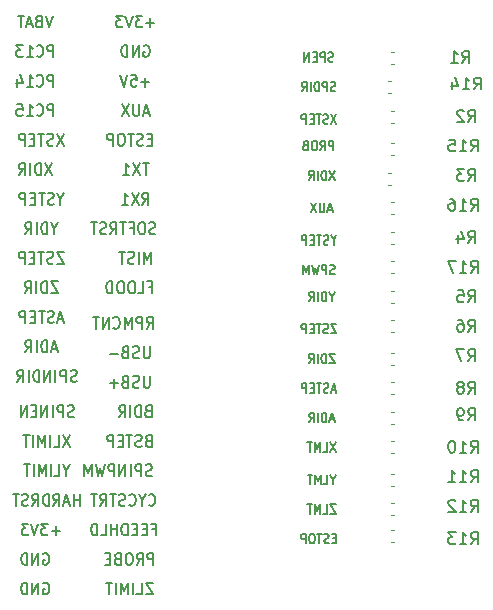
<source format=gbr>
G04 #@! TF.GenerationSoftware,KiCad,Pcbnew,(5.0.2)-1*
G04 #@! TF.CreationDate,2020-03-04T17:01:10+02:00*
G04 #@! TF.ProjectId,GrblCnc3040,4772626c-436e-4633-9330-34302e6b6963,rev?*
G04 #@! TF.SameCoordinates,Original*
G04 #@! TF.FileFunction,Legend,Bot*
G04 #@! TF.FilePolarity,Positive*
%FSLAX46Y46*%
G04 Gerber Fmt 4.6, Leading zero omitted, Abs format (unit mm)*
G04 Created by KiCad (PCBNEW (5.0.2)-1) date 3/4/2020 5:01:10 PM*
%MOMM*%
%LPD*%
G01*
G04 APERTURE LIST*
%ADD10C,0.180000*%
%ADD11C,0.150000*%
%ADD12C,0.120000*%
G04 APERTURE END LIST*
D10*
X192950000Y-98452380D02*
X192350000Y-98452380D01*
X192950000Y-99452380D01*
X192350000Y-99452380D01*
X191578571Y-99452380D02*
X192007142Y-99452380D01*
X192007142Y-98452380D01*
X191278571Y-99452380D02*
X191278571Y-98452380D01*
X190850000Y-99452380D02*
X190850000Y-98452380D01*
X190550000Y-99166666D01*
X190250000Y-98452380D01*
X190250000Y-99452380D01*
X189821428Y-99452380D02*
X189821428Y-98452380D01*
X189521428Y-98452380D02*
X189007142Y-98452380D01*
X189264285Y-99452380D02*
X189264285Y-98452380D01*
X193014285Y-96952380D02*
X193014285Y-95952380D01*
X192671428Y-95952380D01*
X192585714Y-96000000D01*
X192542857Y-96047619D01*
X192500000Y-96142857D01*
X192500000Y-96285714D01*
X192542857Y-96380952D01*
X192585714Y-96428571D01*
X192671428Y-96476190D01*
X193014285Y-96476190D01*
X191600000Y-96952380D02*
X191900000Y-96476190D01*
X192114285Y-96952380D02*
X192114285Y-95952380D01*
X191771428Y-95952380D01*
X191685714Y-96000000D01*
X191642857Y-96047619D01*
X191600000Y-96142857D01*
X191600000Y-96285714D01*
X191642857Y-96380952D01*
X191685714Y-96428571D01*
X191771428Y-96476190D01*
X192114285Y-96476190D01*
X191042857Y-95952380D02*
X190871428Y-95952380D01*
X190785714Y-96000000D01*
X190700000Y-96095238D01*
X190657142Y-96285714D01*
X190657142Y-96619047D01*
X190700000Y-96809523D01*
X190785714Y-96904761D01*
X190871428Y-96952380D01*
X191042857Y-96952380D01*
X191128571Y-96904761D01*
X191214285Y-96809523D01*
X191257142Y-96619047D01*
X191257142Y-96285714D01*
X191214285Y-96095238D01*
X191128571Y-96000000D01*
X191042857Y-95952380D01*
X189971428Y-96428571D02*
X189842857Y-96476190D01*
X189800000Y-96523809D01*
X189757142Y-96619047D01*
X189757142Y-96761904D01*
X189800000Y-96857142D01*
X189842857Y-96904761D01*
X189928571Y-96952380D01*
X190271428Y-96952380D01*
X190271428Y-95952380D01*
X189971428Y-95952380D01*
X189885714Y-96000000D01*
X189842857Y-96047619D01*
X189800000Y-96142857D01*
X189800000Y-96238095D01*
X189842857Y-96333333D01*
X189885714Y-96380952D01*
X189971428Y-96428571D01*
X190271428Y-96428571D01*
X189371428Y-96428571D02*
X189071428Y-96428571D01*
X188942857Y-96952380D02*
X189371428Y-96952380D01*
X189371428Y-95952380D01*
X188942857Y-95952380D01*
X192921428Y-93928571D02*
X193221428Y-93928571D01*
X193221428Y-94452380D02*
X193221428Y-93452380D01*
X192792857Y-93452380D01*
X192450000Y-93928571D02*
X192150000Y-93928571D01*
X192021428Y-94452380D02*
X192450000Y-94452380D01*
X192450000Y-93452380D01*
X192021428Y-93452380D01*
X191635714Y-93928571D02*
X191335714Y-93928571D01*
X191207142Y-94452380D02*
X191635714Y-94452380D01*
X191635714Y-93452380D01*
X191207142Y-93452380D01*
X190821428Y-94452380D02*
X190821428Y-93452380D01*
X190607142Y-93452380D01*
X190478571Y-93500000D01*
X190392857Y-93595238D01*
X190350000Y-93690476D01*
X190307142Y-93880952D01*
X190307142Y-94023809D01*
X190350000Y-94214285D01*
X190392857Y-94309523D01*
X190478571Y-94404761D01*
X190607142Y-94452380D01*
X190821428Y-94452380D01*
X189921428Y-94452380D02*
X189921428Y-93452380D01*
X189921428Y-93928571D02*
X189407142Y-93928571D01*
X189407142Y-94452380D02*
X189407142Y-93452380D01*
X188550000Y-94452380D02*
X188978571Y-94452380D01*
X188978571Y-93452380D01*
X188250000Y-94452380D02*
X188250000Y-93452380D01*
X188035714Y-93452380D01*
X187907142Y-93500000D01*
X187821428Y-93595238D01*
X187778571Y-93690476D01*
X187735714Y-93880952D01*
X187735714Y-94023809D01*
X187778571Y-94214285D01*
X187821428Y-94309523D01*
X187907142Y-94404761D01*
X188035714Y-94452380D01*
X188250000Y-94452380D01*
X192621428Y-91857142D02*
X192664285Y-91904761D01*
X192792857Y-91952380D01*
X192878571Y-91952380D01*
X193007142Y-91904761D01*
X193092857Y-91809523D01*
X193135714Y-91714285D01*
X193178571Y-91523809D01*
X193178571Y-91380952D01*
X193135714Y-91190476D01*
X193092857Y-91095238D01*
X193007142Y-91000000D01*
X192878571Y-90952380D01*
X192792857Y-90952380D01*
X192664285Y-91000000D01*
X192621428Y-91047619D01*
X192064285Y-91476190D02*
X192064285Y-91952380D01*
X192364285Y-90952380D02*
X192064285Y-91476190D01*
X191764285Y-90952380D01*
X190950000Y-91857142D02*
X190992857Y-91904761D01*
X191121428Y-91952380D01*
X191207142Y-91952380D01*
X191335714Y-91904761D01*
X191421428Y-91809523D01*
X191464285Y-91714285D01*
X191507142Y-91523809D01*
X191507142Y-91380952D01*
X191464285Y-91190476D01*
X191421428Y-91095238D01*
X191335714Y-91000000D01*
X191207142Y-90952380D01*
X191121428Y-90952380D01*
X190992857Y-91000000D01*
X190950000Y-91047619D01*
X190607142Y-91904761D02*
X190478571Y-91952380D01*
X190264285Y-91952380D01*
X190178571Y-91904761D01*
X190135714Y-91857142D01*
X190092857Y-91761904D01*
X190092857Y-91666666D01*
X190135714Y-91571428D01*
X190178571Y-91523809D01*
X190264285Y-91476190D01*
X190435714Y-91428571D01*
X190521428Y-91380952D01*
X190564285Y-91333333D01*
X190607142Y-91238095D01*
X190607142Y-91142857D01*
X190564285Y-91047619D01*
X190521428Y-91000000D01*
X190435714Y-90952380D01*
X190221428Y-90952380D01*
X190092857Y-91000000D01*
X189835714Y-90952380D02*
X189321428Y-90952380D01*
X189578571Y-91952380D02*
X189578571Y-90952380D01*
X188507142Y-91952380D02*
X188807142Y-91476190D01*
X189021428Y-91952380D02*
X189021428Y-90952380D01*
X188678571Y-90952380D01*
X188592857Y-91000000D01*
X188550000Y-91047619D01*
X188507142Y-91142857D01*
X188507142Y-91285714D01*
X188550000Y-91380952D01*
X188592857Y-91428571D01*
X188678571Y-91476190D01*
X189021428Y-91476190D01*
X188250000Y-90952380D02*
X187735714Y-90952380D01*
X187992857Y-91952380D02*
X187992857Y-90952380D01*
X192871428Y-89404761D02*
X192742857Y-89452380D01*
X192528571Y-89452380D01*
X192442857Y-89404761D01*
X192400000Y-89357142D01*
X192357142Y-89261904D01*
X192357142Y-89166666D01*
X192400000Y-89071428D01*
X192442857Y-89023809D01*
X192528571Y-88976190D01*
X192700000Y-88928571D01*
X192785714Y-88880952D01*
X192828571Y-88833333D01*
X192871428Y-88738095D01*
X192871428Y-88642857D01*
X192828571Y-88547619D01*
X192785714Y-88500000D01*
X192700000Y-88452380D01*
X192485714Y-88452380D01*
X192357142Y-88500000D01*
X191971428Y-89452380D02*
X191971428Y-88452380D01*
X191628571Y-88452380D01*
X191542857Y-88500000D01*
X191500000Y-88547619D01*
X191457142Y-88642857D01*
X191457142Y-88785714D01*
X191500000Y-88880952D01*
X191542857Y-88928571D01*
X191628571Y-88976190D01*
X191971428Y-88976190D01*
X191071428Y-89452380D02*
X191071428Y-88452380D01*
X190642857Y-89452380D02*
X190642857Y-88452380D01*
X190128571Y-89452380D01*
X190128571Y-88452380D01*
X189700000Y-89452380D02*
X189700000Y-88452380D01*
X189357142Y-88452380D01*
X189271428Y-88500000D01*
X189228571Y-88547619D01*
X189185714Y-88642857D01*
X189185714Y-88785714D01*
X189228571Y-88880952D01*
X189271428Y-88928571D01*
X189357142Y-88976190D01*
X189700000Y-88976190D01*
X188885714Y-88452380D02*
X188671428Y-89452380D01*
X188500000Y-88738095D01*
X188328571Y-89452380D01*
X188114285Y-88452380D01*
X187771428Y-89452380D02*
X187771428Y-88452380D01*
X187471428Y-89166666D01*
X187171428Y-88452380D01*
X187171428Y-89452380D01*
X192564285Y-86428571D02*
X192435714Y-86476190D01*
X192392857Y-86523809D01*
X192350000Y-86619047D01*
X192350000Y-86761904D01*
X192392857Y-86857142D01*
X192435714Y-86904761D01*
X192521428Y-86952380D01*
X192864285Y-86952380D01*
X192864285Y-85952380D01*
X192564285Y-85952380D01*
X192478571Y-86000000D01*
X192435714Y-86047619D01*
X192392857Y-86142857D01*
X192392857Y-86238095D01*
X192435714Y-86333333D01*
X192478571Y-86380952D01*
X192564285Y-86428571D01*
X192864285Y-86428571D01*
X192007142Y-86904761D02*
X191878571Y-86952380D01*
X191664285Y-86952380D01*
X191578571Y-86904761D01*
X191535714Y-86857142D01*
X191492857Y-86761904D01*
X191492857Y-86666666D01*
X191535714Y-86571428D01*
X191578571Y-86523809D01*
X191664285Y-86476190D01*
X191835714Y-86428571D01*
X191921428Y-86380952D01*
X191964285Y-86333333D01*
X192007142Y-86238095D01*
X192007142Y-86142857D01*
X191964285Y-86047619D01*
X191921428Y-86000000D01*
X191835714Y-85952380D01*
X191621428Y-85952380D01*
X191492857Y-86000000D01*
X191235714Y-85952380D02*
X190721428Y-85952380D01*
X190978571Y-86952380D02*
X190978571Y-85952380D01*
X190421428Y-86428571D02*
X190121428Y-86428571D01*
X189992857Y-86952380D02*
X190421428Y-86952380D01*
X190421428Y-85952380D01*
X189992857Y-85952380D01*
X189607142Y-86952380D02*
X189607142Y-85952380D01*
X189264285Y-85952380D01*
X189178571Y-86000000D01*
X189135714Y-86047619D01*
X189092857Y-86142857D01*
X189092857Y-86285714D01*
X189135714Y-86380952D01*
X189178571Y-86428571D01*
X189264285Y-86476190D01*
X189607142Y-86476190D01*
X192550000Y-83928571D02*
X192421428Y-83976190D01*
X192378571Y-84023809D01*
X192335714Y-84119047D01*
X192335714Y-84261904D01*
X192378571Y-84357142D01*
X192421428Y-84404761D01*
X192507142Y-84452380D01*
X192850000Y-84452380D01*
X192850000Y-83452380D01*
X192550000Y-83452380D01*
X192464285Y-83500000D01*
X192421428Y-83547619D01*
X192378571Y-83642857D01*
X192378571Y-83738095D01*
X192421428Y-83833333D01*
X192464285Y-83880952D01*
X192550000Y-83928571D01*
X192850000Y-83928571D01*
X191950000Y-84452380D02*
X191950000Y-83452380D01*
X191735714Y-83452380D01*
X191607142Y-83500000D01*
X191521428Y-83595238D01*
X191478571Y-83690476D01*
X191435714Y-83880952D01*
X191435714Y-84023809D01*
X191478571Y-84214285D01*
X191521428Y-84309523D01*
X191607142Y-84404761D01*
X191735714Y-84452380D01*
X191950000Y-84452380D01*
X191050000Y-84452380D02*
X191050000Y-83452380D01*
X190107142Y-84452380D02*
X190407142Y-83976190D01*
X190621428Y-84452380D02*
X190621428Y-83452380D01*
X190278571Y-83452380D01*
X190192857Y-83500000D01*
X190150000Y-83547619D01*
X190107142Y-83642857D01*
X190107142Y-83785714D01*
X190150000Y-83880952D01*
X190192857Y-83928571D01*
X190278571Y-83976190D01*
X190621428Y-83976190D01*
X192692857Y-80952380D02*
X192692857Y-81761904D01*
X192650000Y-81857142D01*
X192607142Y-81904761D01*
X192521428Y-81952380D01*
X192350000Y-81952380D01*
X192264285Y-81904761D01*
X192221428Y-81857142D01*
X192178571Y-81761904D01*
X192178571Y-80952380D01*
X191792857Y-81904761D02*
X191664285Y-81952380D01*
X191450000Y-81952380D01*
X191364285Y-81904761D01*
X191321428Y-81857142D01*
X191278571Y-81761904D01*
X191278571Y-81666666D01*
X191321428Y-81571428D01*
X191364285Y-81523809D01*
X191450000Y-81476190D01*
X191621428Y-81428571D01*
X191707142Y-81380952D01*
X191750000Y-81333333D01*
X191792857Y-81238095D01*
X191792857Y-81142857D01*
X191750000Y-81047619D01*
X191707142Y-81000000D01*
X191621428Y-80952380D01*
X191407142Y-80952380D01*
X191278571Y-81000000D01*
X190592857Y-81428571D02*
X190464285Y-81476190D01*
X190421428Y-81523809D01*
X190378571Y-81619047D01*
X190378571Y-81761904D01*
X190421428Y-81857142D01*
X190464285Y-81904761D01*
X190550000Y-81952380D01*
X190892857Y-81952380D01*
X190892857Y-80952380D01*
X190592857Y-80952380D01*
X190507142Y-81000000D01*
X190464285Y-81047619D01*
X190421428Y-81142857D01*
X190421428Y-81238095D01*
X190464285Y-81333333D01*
X190507142Y-81380952D01*
X190592857Y-81428571D01*
X190892857Y-81428571D01*
X189992857Y-81571428D02*
X189307142Y-81571428D01*
X189650000Y-81952380D02*
X189650000Y-81190476D01*
X192692857Y-78452380D02*
X192692857Y-79261904D01*
X192650000Y-79357142D01*
X192607142Y-79404761D01*
X192521428Y-79452380D01*
X192350000Y-79452380D01*
X192264285Y-79404761D01*
X192221428Y-79357142D01*
X192178571Y-79261904D01*
X192178571Y-78452380D01*
X191792857Y-79404761D02*
X191664285Y-79452380D01*
X191450000Y-79452380D01*
X191364285Y-79404761D01*
X191321428Y-79357142D01*
X191278571Y-79261904D01*
X191278571Y-79166666D01*
X191321428Y-79071428D01*
X191364285Y-79023809D01*
X191450000Y-78976190D01*
X191621428Y-78928571D01*
X191707142Y-78880952D01*
X191750000Y-78833333D01*
X191792857Y-78738095D01*
X191792857Y-78642857D01*
X191750000Y-78547619D01*
X191707142Y-78500000D01*
X191621428Y-78452380D01*
X191407142Y-78452380D01*
X191278571Y-78500000D01*
X190592857Y-78928571D02*
X190464285Y-78976190D01*
X190421428Y-79023809D01*
X190378571Y-79119047D01*
X190378571Y-79261904D01*
X190421428Y-79357142D01*
X190464285Y-79404761D01*
X190550000Y-79452380D01*
X190892857Y-79452380D01*
X190892857Y-78452380D01*
X190592857Y-78452380D01*
X190507142Y-78500000D01*
X190464285Y-78547619D01*
X190421428Y-78642857D01*
X190421428Y-78738095D01*
X190464285Y-78833333D01*
X190507142Y-78880952D01*
X190592857Y-78928571D01*
X190892857Y-78928571D01*
X189992857Y-79071428D02*
X189307142Y-79071428D01*
X192450000Y-76952380D02*
X192750000Y-76476190D01*
X192964285Y-76952380D02*
X192964285Y-75952380D01*
X192621428Y-75952380D01*
X192535714Y-76000000D01*
X192492857Y-76047619D01*
X192450000Y-76142857D01*
X192450000Y-76285714D01*
X192492857Y-76380952D01*
X192535714Y-76428571D01*
X192621428Y-76476190D01*
X192964285Y-76476190D01*
X192064285Y-76952380D02*
X192064285Y-75952380D01*
X191721428Y-75952380D01*
X191635714Y-76000000D01*
X191592857Y-76047619D01*
X191550000Y-76142857D01*
X191550000Y-76285714D01*
X191592857Y-76380952D01*
X191635714Y-76428571D01*
X191721428Y-76476190D01*
X192064285Y-76476190D01*
X191164285Y-76952380D02*
X191164285Y-75952380D01*
X190864285Y-76666666D01*
X190564285Y-75952380D01*
X190564285Y-76952380D01*
X189621428Y-76857142D02*
X189664285Y-76904761D01*
X189792857Y-76952380D01*
X189878571Y-76952380D01*
X190007142Y-76904761D01*
X190092857Y-76809523D01*
X190135714Y-76714285D01*
X190178571Y-76523809D01*
X190178571Y-76380952D01*
X190135714Y-76190476D01*
X190092857Y-76095238D01*
X190007142Y-76000000D01*
X189878571Y-75952380D01*
X189792857Y-75952380D01*
X189664285Y-76000000D01*
X189621428Y-76047619D01*
X189235714Y-76952380D02*
X189235714Y-75952380D01*
X188721428Y-76952380D01*
X188721428Y-75952380D01*
X188421428Y-75952380D02*
X187907142Y-75952380D01*
X188164285Y-76952380D02*
X188164285Y-75952380D01*
X192628571Y-73428571D02*
X192928571Y-73428571D01*
X192928571Y-73952380D02*
X192928571Y-72952380D01*
X192500000Y-72952380D01*
X191728571Y-73952380D02*
X192157142Y-73952380D01*
X192157142Y-72952380D01*
X191257142Y-72952380D02*
X191085714Y-72952380D01*
X191000000Y-73000000D01*
X190914285Y-73095238D01*
X190871428Y-73285714D01*
X190871428Y-73619047D01*
X190914285Y-73809523D01*
X191000000Y-73904761D01*
X191085714Y-73952380D01*
X191257142Y-73952380D01*
X191342857Y-73904761D01*
X191428571Y-73809523D01*
X191471428Y-73619047D01*
X191471428Y-73285714D01*
X191428571Y-73095238D01*
X191342857Y-73000000D01*
X191257142Y-72952380D01*
X190314285Y-72952380D02*
X190142857Y-72952380D01*
X190057142Y-73000000D01*
X189971428Y-73095238D01*
X189928571Y-73285714D01*
X189928571Y-73619047D01*
X189971428Y-73809523D01*
X190057142Y-73904761D01*
X190142857Y-73952380D01*
X190314285Y-73952380D01*
X190400000Y-73904761D01*
X190485714Y-73809523D01*
X190528571Y-73619047D01*
X190528571Y-73285714D01*
X190485714Y-73095238D01*
X190400000Y-73000000D01*
X190314285Y-72952380D01*
X189542857Y-73952380D02*
X189542857Y-72952380D01*
X189328571Y-72952380D01*
X189200000Y-73000000D01*
X189114285Y-73095238D01*
X189071428Y-73190476D01*
X189028571Y-73380952D01*
X189028571Y-73523809D01*
X189071428Y-73714285D01*
X189114285Y-73809523D01*
X189200000Y-73904761D01*
X189328571Y-73952380D01*
X189542857Y-73952380D01*
X192785714Y-71452380D02*
X192785714Y-70452380D01*
X192485714Y-71166666D01*
X192185714Y-70452380D01*
X192185714Y-71452380D01*
X191757142Y-71452380D02*
X191757142Y-70452380D01*
X191371428Y-71404761D02*
X191242857Y-71452380D01*
X191028571Y-71452380D01*
X190942857Y-71404761D01*
X190900000Y-71357142D01*
X190857142Y-71261904D01*
X190857142Y-71166666D01*
X190900000Y-71071428D01*
X190942857Y-71023809D01*
X191028571Y-70976190D01*
X191200000Y-70928571D01*
X191285714Y-70880952D01*
X191328571Y-70833333D01*
X191371428Y-70738095D01*
X191371428Y-70642857D01*
X191328571Y-70547619D01*
X191285714Y-70500000D01*
X191200000Y-70452380D01*
X190985714Y-70452380D01*
X190857142Y-70500000D01*
X190600000Y-70452380D02*
X190085714Y-70452380D01*
X190342857Y-71452380D02*
X190342857Y-70452380D01*
X193178571Y-68904761D02*
X193050000Y-68952380D01*
X192835714Y-68952380D01*
X192750000Y-68904761D01*
X192707142Y-68857142D01*
X192664285Y-68761904D01*
X192664285Y-68666666D01*
X192707142Y-68571428D01*
X192750000Y-68523809D01*
X192835714Y-68476190D01*
X193007142Y-68428571D01*
X193092857Y-68380952D01*
X193135714Y-68333333D01*
X193178571Y-68238095D01*
X193178571Y-68142857D01*
X193135714Y-68047619D01*
X193092857Y-68000000D01*
X193007142Y-67952380D01*
X192792857Y-67952380D01*
X192664285Y-68000000D01*
X192107142Y-67952380D02*
X191935714Y-67952380D01*
X191850000Y-68000000D01*
X191764285Y-68095238D01*
X191721428Y-68285714D01*
X191721428Y-68619047D01*
X191764285Y-68809523D01*
X191850000Y-68904761D01*
X191935714Y-68952380D01*
X192107142Y-68952380D01*
X192192857Y-68904761D01*
X192278571Y-68809523D01*
X192321428Y-68619047D01*
X192321428Y-68285714D01*
X192278571Y-68095238D01*
X192192857Y-68000000D01*
X192107142Y-67952380D01*
X191035714Y-68428571D02*
X191335714Y-68428571D01*
X191335714Y-68952380D02*
X191335714Y-67952380D01*
X190907142Y-67952380D01*
X190692857Y-67952380D02*
X190178571Y-67952380D01*
X190435714Y-68952380D02*
X190435714Y-67952380D01*
X189364285Y-68952380D02*
X189664285Y-68476190D01*
X189878571Y-68952380D02*
X189878571Y-67952380D01*
X189535714Y-67952380D01*
X189450000Y-68000000D01*
X189407142Y-68047619D01*
X189364285Y-68142857D01*
X189364285Y-68285714D01*
X189407142Y-68380952D01*
X189450000Y-68428571D01*
X189535714Y-68476190D01*
X189878571Y-68476190D01*
X189021428Y-68904761D02*
X188892857Y-68952380D01*
X188678571Y-68952380D01*
X188592857Y-68904761D01*
X188550000Y-68857142D01*
X188507142Y-68761904D01*
X188507142Y-68666666D01*
X188550000Y-68571428D01*
X188592857Y-68523809D01*
X188678571Y-68476190D01*
X188850000Y-68428571D01*
X188935714Y-68380952D01*
X188978571Y-68333333D01*
X189021428Y-68238095D01*
X189021428Y-68142857D01*
X188978571Y-68047619D01*
X188935714Y-68000000D01*
X188850000Y-67952380D01*
X188635714Y-67952380D01*
X188507142Y-68000000D01*
X188250000Y-67952380D02*
X187735714Y-67952380D01*
X187992857Y-68952380D02*
X187992857Y-67952380D01*
X192078571Y-66452380D02*
X192378571Y-65976190D01*
X192592857Y-66452380D02*
X192592857Y-65452380D01*
X192250000Y-65452380D01*
X192164285Y-65500000D01*
X192121428Y-65547619D01*
X192078571Y-65642857D01*
X192078571Y-65785714D01*
X192121428Y-65880952D01*
X192164285Y-65928571D01*
X192250000Y-65976190D01*
X192592857Y-65976190D01*
X191778571Y-65452380D02*
X191178571Y-66452380D01*
X191178571Y-65452380D02*
X191778571Y-66452380D01*
X190364285Y-66452380D02*
X190878571Y-66452380D01*
X190621428Y-66452380D02*
X190621428Y-65452380D01*
X190707142Y-65595238D01*
X190792857Y-65690476D01*
X190878571Y-65738095D01*
X192614285Y-62952380D02*
X192100000Y-62952380D01*
X192357142Y-63952380D02*
X192357142Y-62952380D01*
X191885714Y-62952380D02*
X191285714Y-63952380D01*
X191285714Y-62952380D02*
X191885714Y-63952380D01*
X190471428Y-63952380D02*
X190985714Y-63952380D01*
X190728571Y-63952380D02*
X190728571Y-62952380D01*
X190814285Y-63095238D01*
X190900000Y-63190476D01*
X190985714Y-63238095D01*
X192885714Y-60928571D02*
X192585714Y-60928571D01*
X192457142Y-61452380D02*
X192885714Y-61452380D01*
X192885714Y-60452380D01*
X192457142Y-60452380D01*
X192114285Y-61404761D02*
X191985714Y-61452380D01*
X191771428Y-61452380D01*
X191685714Y-61404761D01*
X191642857Y-61357142D01*
X191600000Y-61261904D01*
X191600000Y-61166666D01*
X191642857Y-61071428D01*
X191685714Y-61023809D01*
X191771428Y-60976190D01*
X191942857Y-60928571D01*
X192028571Y-60880952D01*
X192071428Y-60833333D01*
X192114285Y-60738095D01*
X192114285Y-60642857D01*
X192071428Y-60547619D01*
X192028571Y-60500000D01*
X191942857Y-60452380D01*
X191728571Y-60452380D01*
X191600000Y-60500000D01*
X191342857Y-60452380D02*
X190828571Y-60452380D01*
X191085714Y-61452380D02*
X191085714Y-60452380D01*
X190357142Y-60452380D02*
X190185714Y-60452380D01*
X190100000Y-60500000D01*
X190014285Y-60595238D01*
X189971428Y-60785714D01*
X189971428Y-61119047D01*
X190014285Y-61309523D01*
X190100000Y-61404761D01*
X190185714Y-61452380D01*
X190357142Y-61452380D01*
X190442857Y-61404761D01*
X190528571Y-61309523D01*
X190571428Y-61119047D01*
X190571428Y-60785714D01*
X190528571Y-60595238D01*
X190442857Y-60500000D01*
X190357142Y-60452380D01*
X189585714Y-61452380D02*
X189585714Y-60452380D01*
X189242857Y-60452380D01*
X189157142Y-60500000D01*
X189114285Y-60547619D01*
X189071428Y-60642857D01*
X189071428Y-60785714D01*
X189114285Y-60880952D01*
X189157142Y-60928571D01*
X189242857Y-60976190D01*
X189585714Y-60976190D01*
X192614285Y-58666666D02*
X192185714Y-58666666D01*
X192700000Y-58952380D02*
X192400000Y-57952380D01*
X192100000Y-58952380D01*
X191800000Y-57952380D02*
X191800000Y-58761904D01*
X191757142Y-58857142D01*
X191714285Y-58904761D01*
X191628571Y-58952380D01*
X191457142Y-58952380D01*
X191371428Y-58904761D01*
X191328571Y-58857142D01*
X191285714Y-58761904D01*
X191285714Y-57952380D01*
X190942857Y-57952380D02*
X190342857Y-58952380D01*
X190342857Y-57952380D02*
X190942857Y-58952380D01*
X192657142Y-56071428D02*
X191971428Y-56071428D01*
X192314285Y-56452380D02*
X192314285Y-55690476D01*
X191114285Y-55452380D02*
X191542857Y-55452380D01*
X191585714Y-55928571D01*
X191542857Y-55880952D01*
X191457142Y-55833333D01*
X191242857Y-55833333D01*
X191157142Y-55880952D01*
X191114285Y-55928571D01*
X191071428Y-56023809D01*
X191071428Y-56261904D01*
X191114285Y-56357142D01*
X191157142Y-56404761D01*
X191242857Y-56452380D01*
X191457142Y-56452380D01*
X191542857Y-56404761D01*
X191585714Y-56357142D01*
X190814285Y-55452380D02*
X190514285Y-56452380D01*
X190214285Y-55452380D01*
X192185714Y-53000000D02*
X192271428Y-52952380D01*
X192400000Y-52952380D01*
X192528571Y-53000000D01*
X192614285Y-53095238D01*
X192657142Y-53190476D01*
X192700000Y-53380952D01*
X192700000Y-53523809D01*
X192657142Y-53714285D01*
X192614285Y-53809523D01*
X192528571Y-53904761D01*
X192400000Y-53952380D01*
X192314285Y-53952380D01*
X192185714Y-53904761D01*
X192142857Y-53857142D01*
X192142857Y-53523809D01*
X192314285Y-53523809D01*
X191757142Y-53952380D02*
X191757142Y-52952380D01*
X191242857Y-53952380D01*
X191242857Y-52952380D01*
X190814285Y-53952380D02*
X190814285Y-52952380D01*
X190600000Y-52952380D01*
X190471428Y-53000000D01*
X190385714Y-53095238D01*
X190342857Y-53190476D01*
X190300000Y-53380952D01*
X190300000Y-53523809D01*
X190342857Y-53714285D01*
X190385714Y-53809523D01*
X190471428Y-53904761D01*
X190600000Y-53952380D01*
X190814285Y-53952380D01*
X193085714Y-51071428D02*
X192400000Y-51071428D01*
X192742857Y-51452380D02*
X192742857Y-50690476D01*
X192057142Y-50452380D02*
X191500000Y-50452380D01*
X191800000Y-50833333D01*
X191671428Y-50833333D01*
X191585714Y-50880952D01*
X191542857Y-50928571D01*
X191500000Y-51023809D01*
X191500000Y-51261904D01*
X191542857Y-51357142D01*
X191585714Y-51404761D01*
X191671428Y-51452380D01*
X191928571Y-51452380D01*
X192014285Y-51404761D01*
X192057142Y-51357142D01*
X191242857Y-50452380D02*
X190942857Y-51452380D01*
X190642857Y-50452380D01*
X190428571Y-50452380D02*
X189871428Y-50452380D01*
X190171428Y-50833333D01*
X190042857Y-50833333D01*
X189957142Y-50880952D01*
X189914285Y-50928571D01*
X189871428Y-51023809D01*
X189871428Y-51261904D01*
X189914285Y-51357142D01*
X189957142Y-51404761D01*
X190042857Y-51452380D01*
X190300000Y-51452380D01*
X190385714Y-51404761D01*
X190428571Y-51357142D01*
X183685714Y-98500000D02*
X183771428Y-98452380D01*
X183900000Y-98452380D01*
X184028571Y-98500000D01*
X184114285Y-98595238D01*
X184157142Y-98690476D01*
X184200000Y-98880952D01*
X184200000Y-99023809D01*
X184157142Y-99214285D01*
X184114285Y-99309523D01*
X184028571Y-99404761D01*
X183900000Y-99452380D01*
X183814285Y-99452380D01*
X183685714Y-99404761D01*
X183642857Y-99357142D01*
X183642857Y-99023809D01*
X183814285Y-99023809D01*
X183257142Y-99452380D02*
X183257142Y-98452380D01*
X182742857Y-99452380D01*
X182742857Y-98452380D01*
X182314285Y-99452380D02*
X182314285Y-98452380D01*
X182100000Y-98452380D01*
X181971428Y-98500000D01*
X181885714Y-98595238D01*
X181842857Y-98690476D01*
X181800000Y-98880952D01*
X181800000Y-99023809D01*
X181842857Y-99214285D01*
X181885714Y-99309523D01*
X181971428Y-99404761D01*
X182100000Y-99452380D01*
X182314285Y-99452380D01*
X183685714Y-96000000D02*
X183771428Y-95952380D01*
X183900000Y-95952380D01*
X184028571Y-96000000D01*
X184114285Y-96095238D01*
X184157142Y-96190476D01*
X184200000Y-96380952D01*
X184200000Y-96523809D01*
X184157142Y-96714285D01*
X184114285Y-96809523D01*
X184028571Y-96904761D01*
X183900000Y-96952380D01*
X183814285Y-96952380D01*
X183685714Y-96904761D01*
X183642857Y-96857142D01*
X183642857Y-96523809D01*
X183814285Y-96523809D01*
X183257142Y-96952380D02*
X183257142Y-95952380D01*
X182742857Y-96952380D01*
X182742857Y-95952380D01*
X182314285Y-96952380D02*
X182314285Y-95952380D01*
X182100000Y-95952380D01*
X181971428Y-96000000D01*
X181885714Y-96095238D01*
X181842857Y-96190476D01*
X181800000Y-96380952D01*
X181800000Y-96523809D01*
X181842857Y-96714285D01*
X181885714Y-96809523D01*
X181971428Y-96904761D01*
X182100000Y-96952380D01*
X182314285Y-96952380D01*
X185085714Y-94071428D02*
X184400000Y-94071428D01*
X184742857Y-94452380D02*
X184742857Y-93690476D01*
X184057142Y-93452380D02*
X183500000Y-93452380D01*
X183800000Y-93833333D01*
X183671428Y-93833333D01*
X183585714Y-93880952D01*
X183542857Y-93928571D01*
X183500000Y-94023809D01*
X183500000Y-94261904D01*
X183542857Y-94357142D01*
X183585714Y-94404761D01*
X183671428Y-94452380D01*
X183928571Y-94452380D01*
X184014285Y-94404761D01*
X184057142Y-94357142D01*
X183242857Y-93452380D02*
X182942857Y-94452380D01*
X182642857Y-93452380D01*
X182428571Y-93452380D02*
X181871428Y-93452380D01*
X182171428Y-93833333D01*
X182042857Y-93833333D01*
X181957142Y-93880952D01*
X181914285Y-93928571D01*
X181871428Y-94023809D01*
X181871428Y-94261904D01*
X181914285Y-94357142D01*
X181957142Y-94404761D01*
X182042857Y-94452380D01*
X182300000Y-94452380D01*
X182385714Y-94404761D01*
X182428571Y-94357142D01*
X186764285Y-91952380D02*
X186764285Y-90952380D01*
X186764285Y-91428571D02*
X186250000Y-91428571D01*
X186250000Y-91952380D02*
X186250000Y-90952380D01*
X185864285Y-91666666D02*
X185435714Y-91666666D01*
X185950000Y-91952380D02*
X185650000Y-90952380D01*
X185350000Y-91952380D01*
X184535714Y-91952380D02*
X184835714Y-91476190D01*
X185050000Y-91952380D02*
X185050000Y-90952380D01*
X184707142Y-90952380D01*
X184621428Y-91000000D01*
X184578571Y-91047619D01*
X184535714Y-91142857D01*
X184535714Y-91285714D01*
X184578571Y-91380952D01*
X184621428Y-91428571D01*
X184707142Y-91476190D01*
X185050000Y-91476190D01*
X184150000Y-91952380D02*
X184150000Y-90952380D01*
X183935714Y-90952380D01*
X183807142Y-91000000D01*
X183721428Y-91095238D01*
X183678571Y-91190476D01*
X183635714Y-91380952D01*
X183635714Y-91523809D01*
X183678571Y-91714285D01*
X183721428Y-91809523D01*
X183807142Y-91904761D01*
X183935714Y-91952380D01*
X184150000Y-91952380D01*
X182735714Y-91952380D02*
X183035714Y-91476190D01*
X183250000Y-91952380D02*
X183250000Y-90952380D01*
X182907142Y-90952380D01*
X182821428Y-91000000D01*
X182778571Y-91047619D01*
X182735714Y-91142857D01*
X182735714Y-91285714D01*
X182778571Y-91380952D01*
X182821428Y-91428571D01*
X182907142Y-91476190D01*
X183250000Y-91476190D01*
X182392857Y-91904761D02*
X182264285Y-91952380D01*
X182050000Y-91952380D01*
X181964285Y-91904761D01*
X181921428Y-91857142D01*
X181878571Y-91761904D01*
X181878571Y-91666666D01*
X181921428Y-91571428D01*
X181964285Y-91523809D01*
X182050000Y-91476190D01*
X182221428Y-91428571D01*
X182307142Y-91380952D01*
X182350000Y-91333333D01*
X182392857Y-91238095D01*
X182392857Y-91142857D01*
X182350000Y-91047619D01*
X182307142Y-91000000D01*
X182221428Y-90952380D01*
X182007142Y-90952380D01*
X181878571Y-91000000D01*
X181621428Y-90952380D02*
X181107142Y-90952380D01*
X181364285Y-91952380D02*
X181364285Y-90952380D01*
X185650000Y-88976190D02*
X185650000Y-89452380D01*
X185950000Y-88452380D02*
X185650000Y-88976190D01*
X185350000Y-88452380D01*
X184621428Y-89452380D02*
X185050000Y-89452380D01*
X185050000Y-88452380D01*
X184321428Y-89452380D02*
X184321428Y-88452380D01*
X183892857Y-89452380D02*
X183892857Y-88452380D01*
X183592857Y-89166666D01*
X183292857Y-88452380D01*
X183292857Y-89452380D01*
X182864285Y-89452380D02*
X182864285Y-88452380D01*
X182564285Y-88452380D02*
X182050000Y-88452380D01*
X182307142Y-89452380D02*
X182307142Y-88452380D01*
X185950000Y-85952380D02*
X185350000Y-86952380D01*
X185350000Y-85952380D02*
X185950000Y-86952380D01*
X184578571Y-86952380D02*
X185007142Y-86952380D01*
X185007142Y-85952380D01*
X184278571Y-86952380D02*
X184278571Y-85952380D01*
X183850000Y-86952380D02*
X183850000Y-85952380D01*
X183550000Y-86666666D01*
X183250000Y-85952380D01*
X183250000Y-86952380D01*
X182821428Y-86952380D02*
X182821428Y-85952380D01*
X182521428Y-85952380D02*
X182007142Y-85952380D01*
X182264285Y-86952380D02*
X182264285Y-85952380D01*
X186271428Y-84404761D02*
X186142857Y-84452380D01*
X185928571Y-84452380D01*
X185842857Y-84404761D01*
X185800000Y-84357142D01*
X185757142Y-84261904D01*
X185757142Y-84166666D01*
X185800000Y-84071428D01*
X185842857Y-84023809D01*
X185928571Y-83976190D01*
X186100000Y-83928571D01*
X186185714Y-83880952D01*
X186228571Y-83833333D01*
X186271428Y-83738095D01*
X186271428Y-83642857D01*
X186228571Y-83547619D01*
X186185714Y-83500000D01*
X186100000Y-83452380D01*
X185885714Y-83452380D01*
X185757142Y-83500000D01*
X185371428Y-84452380D02*
X185371428Y-83452380D01*
X185028571Y-83452380D01*
X184942857Y-83500000D01*
X184900000Y-83547619D01*
X184857142Y-83642857D01*
X184857142Y-83785714D01*
X184900000Y-83880952D01*
X184942857Y-83928571D01*
X185028571Y-83976190D01*
X185371428Y-83976190D01*
X184471428Y-84452380D02*
X184471428Y-83452380D01*
X184042857Y-84452380D02*
X184042857Y-83452380D01*
X183528571Y-84452380D01*
X183528571Y-83452380D01*
X183100000Y-83928571D02*
X182800000Y-83928571D01*
X182671428Y-84452380D02*
X183100000Y-84452380D01*
X183100000Y-83452380D01*
X182671428Y-83452380D01*
X182285714Y-84452380D02*
X182285714Y-83452380D01*
X181771428Y-84452380D01*
X181771428Y-83452380D01*
X186507142Y-81404761D02*
X186378571Y-81452380D01*
X186164285Y-81452380D01*
X186078571Y-81404761D01*
X186035714Y-81357142D01*
X185992857Y-81261904D01*
X185992857Y-81166666D01*
X186035714Y-81071428D01*
X186078571Y-81023809D01*
X186164285Y-80976190D01*
X186335714Y-80928571D01*
X186421428Y-80880952D01*
X186464285Y-80833333D01*
X186507142Y-80738095D01*
X186507142Y-80642857D01*
X186464285Y-80547619D01*
X186421428Y-80500000D01*
X186335714Y-80452380D01*
X186121428Y-80452380D01*
X185992857Y-80500000D01*
X185607142Y-81452380D02*
X185607142Y-80452380D01*
X185264285Y-80452380D01*
X185178571Y-80500000D01*
X185135714Y-80547619D01*
X185092857Y-80642857D01*
X185092857Y-80785714D01*
X185135714Y-80880952D01*
X185178571Y-80928571D01*
X185264285Y-80976190D01*
X185607142Y-80976190D01*
X184707142Y-81452380D02*
X184707142Y-80452380D01*
X184278571Y-81452380D02*
X184278571Y-80452380D01*
X183764285Y-81452380D01*
X183764285Y-80452380D01*
X183335714Y-81452380D02*
X183335714Y-80452380D01*
X183121428Y-80452380D01*
X182992857Y-80500000D01*
X182907142Y-80595238D01*
X182864285Y-80690476D01*
X182821428Y-80880952D01*
X182821428Y-81023809D01*
X182864285Y-81214285D01*
X182907142Y-81309523D01*
X182992857Y-81404761D01*
X183121428Y-81452380D01*
X183335714Y-81452380D01*
X182435714Y-81452380D02*
X182435714Y-80452380D01*
X181492857Y-81452380D02*
X181792857Y-80976190D01*
X182007142Y-81452380D02*
X182007142Y-80452380D01*
X181664285Y-80452380D01*
X181578571Y-80500000D01*
X181535714Y-80547619D01*
X181492857Y-80642857D01*
X181492857Y-80785714D01*
X181535714Y-80880952D01*
X181578571Y-80928571D01*
X181664285Y-80976190D01*
X182007142Y-80976190D01*
X184828571Y-78666666D02*
X184400000Y-78666666D01*
X184914285Y-78952380D02*
X184614285Y-77952380D01*
X184314285Y-78952380D01*
X184014285Y-78952380D02*
X184014285Y-77952380D01*
X183800000Y-77952380D01*
X183671428Y-78000000D01*
X183585714Y-78095238D01*
X183542857Y-78190476D01*
X183500000Y-78380952D01*
X183500000Y-78523809D01*
X183542857Y-78714285D01*
X183585714Y-78809523D01*
X183671428Y-78904761D01*
X183800000Y-78952380D01*
X184014285Y-78952380D01*
X183114285Y-78952380D02*
X183114285Y-77952380D01*
X182171428Y-78952380D02*
X182471428Y-78476190D01*
X182685714Y-78952380D02*
X182685714Y-77952380D01*
X182342857Y-77952380D01*
X182257142Y-78000000D01*
X182214285Y-78047619D01*
X182171428Y-78142857D01*
X182171428Y-78285714D01*
X182214285Y-78380952D01*
X182257142Y-78428571D01*
X182342857Y-78476190D01*
X182685714Y-78476190D01*
X185342857Y-76166666D02*
X184914285Y-76166666D01*
X185428571Y-76452380D02*
X185128571Y-75452380D01*
X184828571Y-76452380D01*
X184571428Y-76404761D02*
X184442857Y-76452380D01*
X184228571Y-76452380D01*
X184142857Y-76404761D01*
X184100000Y-76357142D01*
X184057142Y-76261904D01*
X184057142Y-76166666D01*
X184100000Y-76071428D01*
X184142857Y-76023809D01*
X184228571Y-75976190D01*
X184400000Y-75928571D01*
X184485714Y-75880952D01*
X184528571Y-75833333D01*
X184571428Y-75738095D01*
X184571428Y-75642857D01*
X184528571Y-75547619D01*
X184485714Y-75500000D01*
X184400000Y-75452380D01*
X184185714Y-75452380D01*
X184057142Y-75500000D01*
X183800000Y-75452380D02*
X183285714Y-75452380D01*
X183542857Y-76452380D02*
X183542857Y-75452380D01*
X182985714Y-75928571D02*
X182685714Y-75928571D01*
X182557142Y-76452380D02*
X182985714Y-76452380D01*
X182985714Y-75452380D01*
X182557142Y-75452380D01*
X182171428Y-76452380D02*
X182171428Y-75452380D01*
X181828571Y-75452380D01*
X181742857Y-75500000D01*
X181700000Y-75547619D01*
X181657142Y-75642857D01*
X181657142Y-75785714D01*
X181700000Y-75880952D01*
X181742857Y-75928571D01*
X181828571Y-75976190D01*
X182171428Y-75976190D01*
X184914285Y-72952380D02*
X184314285Y-72952380D01*
X184914285Y-73952380D01*
X184314285Y-73952380D01*
X183971428Y-73952380D02*
X183971428Y-72952380D01*
X183757142Y-72952380D01*
X183628571Y-73000000D01*
X183542857Y-73095238D01*
X183500000Y-73190476D01*
X183457142Y-73380952D01*
X183457142Y-73523809D01*
X183500000Y-73714285D01*
X183542857Y-73809523D01*
X183628571Y-73904761D01*
X183757142Y-73952380D01*
X183971428Y-73952380D01*
X183071428Y-73952380D02*
X183071428Y-72952380D01*
X182128571Y-73952380D02*
X182428571Y-73476190D01*
X182642857Y-73952380D02*
X182642857Y-72952380D01*
X182300000Y-72952380D01*
X182214285Y-73000000D01*
X182171428Y-73047619D01*
X182128571Y-73142857D01*
X182128571Y-73285714D01*
X182171428Y-73380952D01*
X182214285Y-73428571D01*
X182300000Y-73476190D01*
X182642857Y-73476190D01*
X185428571Y-70452380D02*
X184828571Y-70452380D01*
X185428571Y-71452380D01*
X184828571Y-71452380D01*
X184528571Y-71404761D02*
X184400000Y-71452380D01*
X184185714Y-71452380D01*
X184100000Y-71404761D01*
X184057142Y-71357142D01*
X184014285Y-71261904D01*
X184014285Y-71166666D01*
X184057142Y-71071428D01*
X184100000Y-71023809D01*
X184185714Y-70976190D01*
X184357142Y-70928571D01*
X184442857Y-70880952D01*
X184485714Y-70833333D01*
X184528571Y-70738095D01*
X184528571Y-70642857D01*
X184485714Y-70547619D01*
X184442857Y-70500000D01*
X184357142Y-70452380D01*
X184142857Y-70452380D01*
X184014285Y-70500000D01*
X183757142Y-70452380D02*
X183242857Y-70452380D01*
X183500000Y-71452380D02*
X183500000Y-70452380D01*
X182942857Y-70928571D02*
X182642857Y-70928571D01*
X182514285Y-71452380D02*
X182942857Y-71452380D01*
X182942857Y-70452380D01*
X182514285Y-70452380D01*
X182128571Y-71452380D02*
X182128571Y-70452380D01*
X181785714Y-70452380D01*
X181700000Y-70500000D01*
X181657142Y-70547619D01*
X181614285Y-70642857D01*
X181614285Y-70785714D01*
X181657142Y-70880952D01*
X181700000Y-70928571D01*
X181785714Y-70976190D01*
X182128571Y-70976190D01*
X184614285Y-68476190D02*
X184614285Y-68952380D01*
X184914285Y-67952380D02*
X184614285Y-68476190D01*
X184314285Y-67952380D01*
X184014285Y-68952380D02*
X184014285Y-67952380D01*
X183800000Y-67952380D01*
X183671428Y-68000000D01*
X183585714Y-68095238D01*
X183542857Y-68190476D01*
X183500000Y-68380952D01*
X183500000Y-68523809D01*
X183542857Y-68714285D01*
X183585714Y-68809523D01*
X183671428Y-68904761D01*
X183800000Y-68952380D01*
X184014285Y-68952380D01*
X183114285Y-68952380D02*
X183114285Y-67952380D01*
X182171428Y-68952380D02*
X182471428Y-68476190D01*
X182685714Y-68952380D02*
X182685714Y-67952380D01*
X182342857Y-67952380D01*
X182257142Y-68000000D01*
X182214285Y-68047619D01*
X182171428Y-68142857D01*
X182171428Y-68285714D01*
X182214285Y-68380952D01*
X182257142Y-68428571D01*
X182342857Y-68476190D01*
X182685714Y-68476190D01*
X185128571Y-65976190D02*
X185128571Y-66452380D01*
X185428571Y-65452380D02*
X185128571Y-65976190D01*
X184828571Y-65452380D01*
X184571428Y-66404761D02*
X184442857Y-66452380D01*
X184228571Y-66452380D01*
X184142857Y-66404761D01*
X184100000Y-66357142D01*
X184057142Y-66261904D01*
X184057142Y-66166666D01*
X184100000Y-66071428D01*
X184142857Y-66023809D01*
X184228571Y-65976190D01*
X184400000Y-65928571D01*
X184485714Y-65880952D01*
X184528571Y-65833333D01*
X184571428Y-65738095D01*
X184571428Y-65642857D01*
X184528571Y-65547619D01*
X184485714Y-65500000D01*
X184400000Y-65452380D01*
X184185714Y-65452380D01*
X184057142Y-65500000D01*
X183800000Y-65452380D02*
X183285714Y-65452380D01*
X183542857Y-66452380D02*
X183542857Y-65452380D01*
X182985714Y-65928571D02*
X182685714Y-65928571D01*
X182557142Y-66452380D02*
X182985714Y-66452380D01*
X182985714Y-65452380D01*
X182557142Y-65452380D01*
X182171428Y-66452380D02*
X182171428Y-65452380D01*
X181828571Y-65452380D01*
X181742857Y-65500000D01*
X181700000Y-65547619D01*
X181657142Y-65642857D01*
X181657142Y-65785714D01*
X181700000Y-65880952D01*
X181742857Y-65928571D01*
X181828571Y-65976190D01*
X182171428Y-65976190D01*
X184414285Y-62952380D02*
X183814285Y-63952380D01*
X183814285Y-62952380D02*
X184414285Y-63952380D01*
X183471428Y-63952380D02*
X183471428Y-62952380D01*
X183257142Y-62952380D01*
X183128571Y-63000000D01*
X183042857Y-63095238D01*
X183000000Y-63190476D01*
X182957142Y-63380952D01*
X182957142Y-63523809D01*
X183000000Y-63714285D01*
X183042857Y-63809523D01*
X183128571Y-63904761D01*
X183257142Y-63952380D01*
X183471428Y-63952380D01*
X182571428Y-63952380D02*
X182571428Y-62952380D01*
X181628571Y-63952380D02*
X181928571Y-63476190D01*
X182142857Y-63952380D02*
X182142857Y-62952380D01*
X181800000Y-62952380D01*
X181714285Y-63000000D01*
X181671428Y-63047619D01*
X181628571Y-63142857D01*
X181628571Y-63285714D01*
X181671428Y-63380952D01*
X181714285Y-63428571D01*
X181800000Y-63476190D01*
X182142857Y-63476190D01*
X185428571Y-60452380D02*
X184828571Y-61452380D01*
X184828571Y-60452380D02*
X185428571Y-61452380D01*
X184528571Y-61404761D02*
X184400000Y-61452380D01*
X184185714Y-61452380D01*
X184100000Y-61404761D01*
X184057142Y-61357142D01*
X184014285Y-61261904D01*
X184014285Y-61166666D01*
X184057142Y-61071428D01*
X184100000Y-61023809D01*
X184185714Y-60976190D01*
X184357142Y-60928571D01*
X184442857Y-60880952D01*
X184485714Y-60833333D01*
X184528571Y-60738095D01*
X184528571Y-60642857D01*
X184485714Y-60547619D01*
X184442857Y-60500000D01*
X184357142Y-60452380D01*
X184142857Y-60452380D01*
X184014285Y-60500000D01*
X183757142Y-60452380D02*
X183242857Y-60452380D01*
X183500000Y-61452380D02*
X183500000Y-60452380D01*
X182942857Y-60928571D02*
X182642857Y-60928571D01*
X182514285Y-61452380D02*
X182942857Y-61452380D01*
X182942857Y-60452380D01*
X182514285Y-60452380D01*
X182128571Y-61452380D02*
X182128571Y-60452380D01*
X181785714Y-60452380D01*
X181700000Y-60500000D01*
X181657142Y-60547619D01*
X181614285Y-60642857D01*
X181614285Y-60785714D01*
X181657142Y-60880952D01*
X181700000Y-60928571D01*
X181785714Y-60976190D01*
X182128571Y-60976190D01*
X184542857Y-58952380D02*
X184542857Y-57952380D01*
X184200000Y-57952380D01*
X184114285Y-58000000D01*
X184071428Y-58047619D01*
X184028571Y-58142857D01*
X184028571Y-58285714D01*
X184071428Y-58380952D01*
X184114285Y-58428571D01*
X184200000Y-58476190D01*
X184542857Y-58476190D01*
X183128571Y-58857142D02*
X183171428Y-58904761D01*
X183300000Y-58952380D01*
X183385714Y-58952380D01*
X183514285Y-58904761D01*
X183600000Y-58809523D01*
X183642857Y-58714285D01*
X183685714Y-58523809D01*
X183685714Y-58380952D01*
X183642857Y-58190476D01*
X183600000Y-58095238D01*
X183514285Y-58000000D01*
X183385714Y-57952380D01*
X183300000Y-57952380D01*
X183171428Y-58000000D01*
X183128571Y-58047619D01*
X182271428Y-58952380D02*
X182785714Y-58952380D01*
X182528571Y-58952380D02*
X182528571Y-57952380D01*
X182614285Y-58095238D01*
X182700000Y-58190476D01*
X182785714Y-58238095D01*
X181457142Y-57952380D02*
X181885714Y-57952380D01*
X181928571Y-58428571D01*
X181885714Y-58380952D01*
X181800000Y-58333333D01*
X181585714Y-58333333D01*
X181500000Y-58380952D01*
X181457142Y-58428571D01*
X181414285Y-58523809D01*
X181414285Y-58761904D01*
X181457142Y-58857142D01*
X181500000Y-58904761D01*
X181585714Y-58952380D01*
X181800000Y-58952380D01*
X181885714Y-58904761D01*
X181928571Y-58857142D01*
X184542857Y-56452380D02*
X184542857Y-55452380D01*
X184200000Y-55452380D01*
X184114285Y-55500000D01*
X184071428Y-55547619D01*
X184028571Y-55642857D01*
X184028571Y-55785714D01*
X184071428Y-55880952D01*
X184114285Y-55928571D01*
X184200000Y-55976190D01*
X184542857Y-55976190D01*
X183128571Y-56357142D02*
X183171428Y-56404761D01*
X183300000Y-56452380D01*
X183385714Y-56452380D01*
X183514285Y-56404761D01*
X183600000Y-56309523D01*
X183642857Y-56214285D01*
X183685714Y-56023809D01*
X183685714Y-55880952D01*
X183642857Y-55690476D01*
X183600000Y-55595238D01*
X183514285Y-55500000D01*
X183385714Y-55452380D01*
X183300000Y-55452380D01*
X183171428Y-55500000D01*
X183128571Y-55547619D01*
X182271428Y-56452380D02*
X182785714Y-56452380D01*
X182528571Y-56452380D02*
X182528571Y-55452380D01*
X182614285Y-55595238D01*
X182700000Y-55690476D01*
X182785714Y-55738095D01*
X181500000Y-55785714D02*
X181500000Y-56452380D01*
X181714285Y-55404761D02*
X181928571Y-56119047D01*
X181371428Y-56119047D01*
X184542857Y-53952380D02*
X184542857Y-52952380D01*
X184200000Y-52952380D01*
X184114285Y-53000000D01*
X184071428Y-53047619D01*
X184028571Y-53142857D01*
X184028571Y-53285714D01*
X184071428Y-53380952D01*
X184114285Y-53428571D01*
X184200000Y-53476190D01*
X184542857Y-53476190D01*
X183128571Y-53857142D02*
X183171428Y-53904761D01*
X183300000Y-53952380D01*
X183385714Y-53952380D01*
X183514285Y-53904761D01*
X183600000Y-53809523D01*
X183642857Y-53714285D01*
X183685714Y-53523809D01*
X183685714Y-53380952D01*
X183642857Y-53190476D01*
X183600000Y-53095238D01*
X183514285Y-53000000D01*
X183385714Y-52952380D01*
X183300000Y-52952380D01*
X183171428Y-53000000D01*
X183128571Y-53047619D01*
X182271428Y-53952380D02*
X182785714Y-53952380D01*
X182528571Y-53952380D02*
X182528571Y-52952380D01*
X182614285Y-53095238D01*
X182700000Y-53190476D01*
X182785714Y-53238095D01*
X181971428Y-52952380D02*
X181414285Y-52952380D01*
X181714285Y-53333333D01*
X181585714Y-53333333D01*
X181500000Y-53380952D01*
X181457142Y-53428571D01*
X181414285Y-53523809D01*
X181414285Y-53761904D01*
X181457142Y-53857142D01*
X181500000Y-53904761D01*
X181585714Y-53952380D01*
X181842857Y-53952380D01*
X181928571Y-53904761D01*
X181971428Y-53857142D01*
X184478571Y-50452380D02*
X184178571Y-51452380D01*
X183878571Y-50452380D01*
X183278571Y-50928571D02*
X183150000Y-50976190D01*
X183107142Y-51023809D01*
X183064285Y-51119047D01*
X183064285Y-51261904D01*
X183107142Y-51357142D01*
X183150000Y-51404761D01*
X183235714Y-51452380D01*
X183578571Y-51452380D01*
X183578571Y-50452380D01*
X183278571Y-50452380D01*
X183192857Y-50500000D01*
X183150000Y-50547619D01*
X183107142Y-50642857D01*
X183107142Y-50738095D01*
X183150000Y-50833333D01*
X183192857Y-50880952D01*
X183278571Y-50928571D01*
X183578571Y-50928571D01*
X182721428Y-51166666D02*
X182292857Y-51166666D01*
X182807142Y-51452380D02*
X182507142Y-50452380D01*
X182207142Y-51452380D01*
X182035714Y-50452380D02*
X181521428Y-50452380D01*
X181778571Y-51452380D02*
X181778571Y-50452380D01*
D11*
X208466666Y-94692857D02*
X208233333Y-94692857D01*
X208133333Y-95111904D02*
X208466666Y-95111904D01*
X208466666Y-94311904D01*
X208133333Y-94311904D01*
X207866666Y-95073809D02*
X207766666Y-95111904D01*
X207600000Y-95111904D01*
X207533333Y-95073809D01*
X207500000Y-95035714D01*
X207466666Y-94959523D01*
X207466666Y-94883333D01*
X207500000Y-94807142D01*
X207533333Y-94769047D01*
X207600000Y-94730952D01*
X207733333Y-94692857D01*
X207800000Y-94654761D01*
X207833333Y-94616666D01*
X207866666Y-94540476D01*
X207866666Y-94464285D01*
X207833333Y-94388095D01*
X207800000Y-94350000D01*
X207733333Y-94311904D01*
X207566666Y-94311904D01*
X207466666Y-94350000D01*
X207266666Y-94311904D02*
X206866666Y-94311904D01*
X207066666Y-95111904D02*
X207066666Y-94311904D01*
X206500000Y-94311904D02*
X206366666Y-94311904D01*
X206300000Y-94350000D01*
X206233333Y-94426190D01*
X206200000Y-94578571D01*
X206200000Y-94845238D01*
X206233333Y-94997619D01*
X206300000Y-95073809D01*
X206366666Y-95111904D01*
X206500000Y-95111904D01*
X206566666Y-95073809D01*
X206633333Y-94997619D01*
X206666666Y-94845238D01*
X206666666Y-94578571D01*
X206633333Y-94426190D01*
X206566666Y-94350000D01*
X206500000Y-94311904D01*
X205900000Y-95111904D02*
X205900000Y-94311904D01*
X205633333Y-94311904D01*
X205566666Y-94350000D01*
X205533333Y-94388095D01*
X205500000Y-94464285D01*
X205500000Y-94578571D01*
X205533333Y-94654761D01*
X205566666Y-94692857D01*
X205633333Y-94730952D01*
X205900000Y-94730952D01*
X208433333Y-91811904D02*
X207966666Y-91811904D01*
X208433333Y-92611904D01*
X207966666Y-92611904D01*
X207366666Y-92611904D02*
X207700000Y-92611904D01*
X207700000Y-91811904D01*
X207133333Y-92611904D02*
X207133333Y-91811904D01*
X206900000Y-92383333D01*
X206666666Y-91811904D01*
X206666666Y-92611904D01*
X206433333Y-91811904D02*
X206033333Y-91811904D01*
X206233333Y-92611904D02*
X206233333Y-91811904D01*
X208200000Y-89730952D02*
X208200000Y-90111904D01*
X208433333Y-89311904D02*
X208200000Y-89730952D01*
X207966666Y-89311904D01*
X207400000Y-90111904D02*
X207733333Y-90111904D01*
X207733333Y-89311904D01*
X207166666Y-90111904D02*
X207166666Y-89311904D01*
X206933333Y-89883333D01*
X206700000Y-89311904D01*
X206700000Y-90111904D01*
X206466666Y-89311904D02*
X206066666Y-89311904D01*
X206266666Y-90111904D02*
X206266666Y-89311904D01*
X208433333Y-86561904D02*
X207966666Y-87361904D01*
X207966666Y-86561904D02*
X208433333Y-87361904D01*
X207366666Y-87361904D02*
X207700000Y-87361904D01*
X207700000Y-86561904D01*
X207133333Y-87361904D02*
X207133333Y-86561904D01*
X206900000Y-87133333D01*
X206666666Y-86561904D01*
X206666666Y-87361904D01*
X206433333Y-86561904D02*
X206033333Y-86561904D01*
X206233333Y-87361904D02*
X206233333Y-86561904D01*
X208283333Y-84633333D02*
X207950000Y-84633333D01*
X208350000Y-84861904D02*
X208116666Y-84061904D01*
X207883333Y-84861904D01*
X207650000Y-84861904D02*
X207650000Y-84061904D01*
X207483333Y-84061904D01*
X207383333Y-84100000D01*
X207316666Y-84176190D01*
X207283333Y-84252380D01*
X207250000Y-84404761D01*
X207250000Y-84519047D01*
X207283333Y-84671428D01*
X207316666Y-84747619D01*
X207383333Y-84823809D01*
X207483333Y-84861904D01*
X207650000Y-84861904D01*
X206950000Y-84861904D02*
X206950000Y-84061904D01*
X206216666Y-84861904D02*
X206450000Y-84480952D01*
X206616666Y-84861904D02*
X206616666Y-84061904D01*
X206350000Y-84061904D01*
X206283333Y-84100000D01*
X206250000Y-84138095D01*
X206216666Y-84214285D01*
X206216666Y-84328571D01*
X206250000Y-84404761D01*
X206283333Y-84442857D01*
X206350000Y-84480952D01*
X206616666Y-84480952D01*
X208433333Y-82133333D02*
X208100000Y-82133333D01*
X208500000Y-82361904D02*
X208266666Y-81561904D01*
X208033333Y-82361904D01*
X207833333Y-82323809D02*
X207733333Y-82361904D01*
X207566666Y-82361904D01*
X207500000Y-82323809D01*
X207466666Y-82285714D01*
X207433333Y-82209523D01*
X207433333Y-82133333D01*
X207466666Y-82057142D01*
X207500000Y-82019047D01*
X207566666Y-81980952D01*
X207700000Y-81942857D01*
X207766666Y-81904761D01*
X207800000Y-81866666D01*
X207833333Y-81790476D01*
X207833333Y-81714285D01*
X207800000Y-81638095D01*
X207766666Y-81600000D01*
X207700000Y-81561904D01*
X207533333Y-81561904D01*
X207433333Y-81600000D01*
X207233333Y-81561904D02*
X206833333Y-81561904D01*
X207033333Y-82361904D02*
X207033333Y-81561904D01*
X206600000Y-81942857D02*
X206366666Y-81942857D01*
X206266666Y-82361904D02*
X206600000Y-82361904D01*
X206600000Y-81561904D01*
X206266666Y-81561904D01*
X205966666Y-82361904D02*
X205966666Y-81561904D01*
X205700000Y-81561904D01*
X205633333Y-81600000D01*
X205600000Y-81638095D01*
X205566666Y-81714285D01*
X205566666Y-81828571D01*
X205600000Y-81904761D01*
X205633333Y-81942857D01*
X205700000Y-81980952D01*
X205966666Y-81980952D01*
X208350000Y-79061904D02*
X207883333Y-79061904D01*
X208350000Y-79861904D01*
X207883333Y-79861904D01*
X207616666Y-79861904D02*
X207616666Y-79061904D01*
X207450000Y-79061904D01*
X207350000Y-79100000D01*
X207283333Y-79176190D01*
X207250000Y-79252380D01*
X207216666Y-79404761D01*
X207216666Y-79519047D01*
X207250000Y-79671428D01*
X207283333Y-79747619D01*
X207350000Y-79823809D01*
X207450000Y-79861904D01*
X207616666Y-79861904D01*
X206916666Y-79861904D02*
X206916666Y-79061904D01*
X206183333Y-79861904D02*
X206416666Y-79480952D01*
X206583333Y-79861904D02*
X206583333Y-79061904D01*
X206316666Y-79061904D01*
X206250000Y-79100000D01*
X206216666Y-79138095D01*
X206183333Y-79214285D01*
X206183333Y-79328571D01*
X206216666Y-79404761D01*
X206250000Y-79442857D01*
X206316666Y-79480952D01*
X206583333Y-79480952D01*
X208500000Y-76561904D02*
X208033333Y-76561904D01*
X208500000Y-77361904D01*
X208033333Y-77361904D01*
X207800000Y-77323809D02*
X207700000Y-77361904D01*
X207533333Y-77361904D01*
X207466666Y-77323809D01*
X207433333Y-77285714D01*
X207400000Y-77209523D01*
X207400000Y-77133333D01*
X207433333Y-77057142D01*
X207466666Y-77019047D01*
X207533333Y-76980952D01*
X207666666Y-76942857D01*
X207733333Y-76904761D01*
X207766666Y-76866666D01*
X207800000Y-76790476D01*
X207800000Y-76714285D01*
X207766666Y-76638095D01*
X207733333Y-76600000D01*
X207666666Y-76561904D01*
X207500000Y-76561904D01*
X207400000Y-76600000D01*
X207200000Y-76561904D02*
X206800000Y-76561904D01*
X207000000Y-77361904D02*
X207000000Y-76561904D01*
X206566666Y-76942857D02*
X206333333Y-76942857D01*
X206233333Y-77361904D02*
X206566666Y-77361904D01*
X206566666Y-76561904D01*
X206233333Y-76561904D01*
X205933333Y-77361904D02*
X205933333Y-76561904D01*
X205666666Y-76561904D01*
X205600000Y-76600000D01*
X205566666Y-76638095D01*
X205533333Y-76714285D01*
X205533333Y-76828571D01*
X205566666Y-76904761D01*
X205600000Y-76942857D01*
X205666666Y-76980952D01*
X205933333Y-76980952D01*
X208116666Y-74230952D02*
X208116666Y-74611904D01*
X208350000Y-73811904D02*
X208116666Y-74230952D01*
X207883333Y-73811904D01*
X207650000Y-74611904D02*
X207650000Y-73811904D01*
X207483333Y-73811904D01*
X207383333Y-73850000D01*
X207316666Y-73926190D01*
X207283333Y-74002380D01*
X207250000Y-74154761D01*
X207250000Y-74269047D01*
X207283333Y-74421428D01*
X207316666Y-74497619D01*
X207383333Y-74573809D01*
X207483333Y-74611904D01*
X207650000Y-74611904D01*
X206950000Y-74611904D02*
X206950000Y-73811904D01*
X206216666Y-74611904D02*
X206450000Y-74230952D01*
X206616666Y-74611904D02*
X206616666Y-73811904D01*
X206350000Y-73811904D01*
X206283333Y-73850000D01*
X206250000Y-73888095D01*
X206216666Y-73964285D01*
X206216666Y-74078571D01*
X206250000Y-74154761D01*
X206283333Y-74192857D01*
X206350000Y-74230952D01*
X206616666Y-74230952D01*
X208350000Y-72323809D02*
X208250000Y-72361904D01*
X208083333Y-72361904D01*
X208016666Y-72323809D01*
X207983333Y-72285714D01*
X207950000Y-72209523D01*
X207950000Y-72133333D01*
X207983333Y-72057142D01*
X208016666Y-72019047D01*
X208083333Y-71980952D01*
X208216666Y-71942857D01*
X208283333Y-71904761D01*
X208316666Y-71866666D01*
X208350000Y-71790476D01*
X208350000Y-71714285D01*
X208316666Y-71638095D01*
X208283333Y-71600000D01*
X208216666Y-71561904D01*
X208050000Y-71561904D01*
X207950000Y-71600000D01*
X207650000Y-72361904D02*
X207650000Y-71561904D01*
X207383333Y-71561904D01*
X207316666Y-71600000D01*
X207283333Y-71638095D01*
X207250000Y-71714285D01*
X207250000Y-71828571D01*
X207283333Y-71904761D01*
X207316666Y-71942857D01*
X207383333Y-71980952D01*
X207650000Y-71980952D01*
X207016666Y-71561904D02*
X206850000Y-72361904D01*
X206716666Y-71790476D01*
X206583333Y-72361904D01*
X206416666Y-71561904D01*
X206150000Y-72361904D02*
X206150000Y-71561904D01*
X205916666Y-72133333D01*
X205683333Y-71561904D01*
X205683333Y-72361904D01*
X208266666Y-69480952D02*
X208266666Y-69861904D01*
X208500000Y-69061904D02*
X208266666Y-69480952D01*
X208033333Y-69061904D01*
X207833333Y-69823809D02*
X207733333Y-69861904D01*
X207566666Y-69861904D01*
X207500000Y-69823809D01*
X207466666Y-69785714D01*
X207433333Y-69709523D01*
X207433333Y-69633333D01*
X207466666Y-69557142D01*
X207500000Y-69519047D01*
X207566666Y-69480952D01*
X207700000Y-69442857D01*
X207766666Y-69404761D01*
X207800000Y-69366666D01*
X207833333Y-69290476D01*
X207833333Y-69214285D01*
X207800000Y-69138095D01*
X207766666Y-69100000D01*
X207700000Y-69061904D01*
X207533333Y-69061904D01*
X207433333Y-69100000D01*
X207233333Y-69061904D02*
X206833333Y-69061904D01*
X207033333Y-69861904D02*
X207033333Y-69061904D01*
X206600000Y-69442857D02*
X206366666Y-69442857D01*
X206266666Y-69861904D02*
X206600000Y-69861904D01*
X206600000Y-69061904D01*
X206266666Y-69061904D01*
X205966666Y-69861904D02*
X205966666Y-69061904D01*
X205700000Y-69061904D01*
X205633333Y-69100000D01*
X205600000Y-69138095D01*
X205566666Y-69214285D01*
X205566666Y-69328571D01*
X205600000Y-69404761D01*
X205633333Y-69442857D01*
X205700000Y-69480952D01*
X205966666Y-69480952D01*
X208116666Y-66883333D02*
X207783333Y-66883333D01*
X208183333Y-67111904D02*
X207950000Y-66311904D01*
X207716666Y-67111904D01*
X207483333Y-66311904D02*
X207483333Y-66959523D01*
X207450000Y-67035714D01*
X207416666Y-67073809D01*
X207350000Y-67111904D01*
X207216666Y-67111904D01*
X207150000Y-67073809D01*
X207116666Y-67035714D01*
X207083333Y-66959523D01*
X207083333Y-66311904D01*
X206816666Y-66311904D02*
X206350000Y-67111904D01*
X206350000Y-66311904D02*
X206816666Y-67111904D01*
X208350000Y-63561904D02*
X207883333Y-64361904D01*
X207883333Y-63561904D02*
X208350000Y-64361904D01*
X207616666Y-64361904D02*
X207616666Y-63561904D01*
X207450000Y-63561904D01*
X207350000Y-63600000D01*
X207283333Y-63676190D01*
X207250000Y-63752380D01*
X207216666Y-63904761D01*
X207216666Y-64019047D01*
X207250000Y-64171428D01*
X207283333Y-64247619D01*
X207350000Y-64323809D01*
X207450000Y-64361904D01*
X207616666Y-64361904D01*
X206916666Y-64361904D02*
X206916666Y-63561904D01*
X206183333Y-64361904D02*
X206416666Y-63980952D01*
X206583333Y-64361904D02*
X206583333Y-63561904D01*
X206316666Y-63561904D01*
X206250000Y-63600000D01*
X206216666Y-63638095D01*
X206183333Y-63714285D01*
X206183333Y-63828571D01*
X206216666Y-63904761D01*
X206250000Y-63942857D01*
X206316666Y-63980952D01*
X206583333Y-63980952D01*
X208250000Y-61861904D02*
X208250000Y-61061904D01*
X207983333Y-61061904D01*
X207916666Y-61100000D01*
X207883333Y-61138095D01*
X207850000Y-61214285D01*
X207850000Y-61328571D01*
X207883333Y-61404761D01*
X207916666Y-61442857D01*
X207983333Y-61480952D01*
X208250000Y-61480952D01*
X207150000Y-61861904D02*
X207383333Y-61480952D01*
X207550000Y-61861904D02*
X207550000Y-61061904D01*
X207283333Y-61061904D01*
X207216666Y-61100000D01*
X207183333Y-61138095D01*
X207150000Y-61214285D01*
X207150000Y-61328571D01*
X207183333Y-61404761D01*
X207216666Y-61442857D01*
X207283333Y-61480952D01*
X207550000Y-61480952D01*
X206716666Y-61061904D02*
X206583333Y-61061904D01*
X206516666Y-61100000D01*
X206450000Y-61176190D01*
X206416666Y-61328571D01*
X206416666Y-61595238D01*
X206450000Y-61747619D01*
X206516666Y-61823809D01*
X206583333Y-61861904D01*
X206716666Y-61861904D01*
X206783333Y-61823809D01*
X206850000Y-61747619D01*
X206883333Y-61595238D01*
X206883333Y-61328571D01*
X206850000Y-61176190D01*
X206783333Y-61100000D01*
X206716666Y-61061904D01*
X205883333Y-61442857D02*
X205783333Y-61480952D01*
X205750000Y-61519047D01*
X205716666Y-61595238D01*
X205716666Y-61709523D01*
X205750000Y-61785714D01*
X205783333Y-61823809D01*
X205850000Y-61861904D01*
X206116666Y-61861904D01*
X206116666Y-61061904D01*
X205883333Y-61061904D01*
X205816666Y-61100000D01*
X205783333Y-61138095D01*
X205750000Y-61214285D01*
X205750000Y-61290476D01*
X205783333Y-61366666D01*
X205816666Y-61404761D01*
X205883333Y-61442857D01*
X206116666Y-61442857D01*
X208500000Y-58811904D02*
X208033333Y-59611904D01*
X208033333Y-58811904D02*
X208500000Y-59611904D01*
X207800000Y-59573809D02*
X207700000Y-59611904D01*
X207533333Y-59611904D01*
X207466666Y-59573809D01*
X207433333Y-59535714D01*
X207400000Y-59459523D01*
X207400000Y-59383333D01*
X207433333Y-59307142D01*
X207466666Y-59269047D01*
X207533333Y-59230952D01*
X207666666Y-59192857D01*
X207733333Y-59154761D01*
X207766666Y-59116666D01*
X207800000Y-59040476D01*
X207800000Y-58964285D01*
X207766666Y-58888095D01*
X207733333Y-58850000D01*
X207666666Y-58811904D01*
X207500000Y-58811904D01*
X207400000Y-58850000D01*
X207200000Y-58811904D02*
X206800000Y-58811904D01*
X207000000Y-59611904D02*
X207000000Y-58811904D01*
X206566666Y-59192857D02*
X206333333Y-59192857D01*
X206233333Y-59611904D02*
X206566666Y-59611904D01*
X206566666Y-58811904D01*
X206233333Y-58811904D01*
X205933333Y-59611904D02*
X205933333Y-58811904D01*
X205666666Y-58811904D01*
X205600000Y-58850000D01*
X205566666Y-58888095D01*
X205533333Y-58964285D01*
X205533333Y-59078571D01*
X205566666Y-59154761D01*
X205600000Y-59192857D01*
X205666666Y-59230952D01*
X205933333Y-59230952D01*
X208416666Y-56823809D02*
X208316666Y-56861904D01*
X208150000Y-56861904D01*
X208083333Y-56823809D01*
X208050000Y-56785714D01*
X208016666Y-56709523D01*
X208016666Y-56633333D01*
X208050000Y-56557142D01*
X208083333Y-56519047D01*
X208150000Y-56480952D01*
X208283333Y-56442857D01*
X208350000Y-56404761D01*
X208383333Y-56366666D01*
X208416666Y-56290476D01*
X208416666Y-56214285D01*
X208383333Y-56138095D01*
X208350000Y-56100000D01*
X208283333Y-56061904D01*
X208116666Y-56061904D01*
X208016666Y-56100000D01*
X207716666Y-56861904D02*
X207716666Y-56061904D01*
X207450000Y-56061904D01*
X207383333Y-56100000D01*
X207350000Y-56138095D01*
X207316666Y-56214285D01*
X207316666Y-56328571D01*
X207350000Y-56404761D01*
X207383333Y-56442857D01*
X207450000Y-56480952D01*
X207716666Y-56480952D01*
X207016666Y-56861904D02*
X207016666Y-56061904D01*
X206850000Y-56061904D01*
X206750000Y-56100000D01*
X206683333Y-56176190D01*
X206650000Y-56252380D01*
X206616666Y-56404761D01*
X206616666Y-56519047D01*
X206650000Y-56671428D01*
X206683333Y-56747619D01*
X206750000Y-56823809D01*
X206850000Y-56861904D01*
X207016666Y-56861904D01*
X206316666Y-56861904D02*
X206316666Y-56061904D01*
X205583333Y-56861904D02*
X205816666Y-56480952D01*
X205983333Y-56861904D02*
X205983333Y-56061904D01*
X205716666Y-56061904D01*
X205650000Y-56100000D01*
X205616666Y-56138095D01*
X205583333Y-56214285D01*
X205583333Y-56328571D01*
X205616666Y-56404761D01*
X205650000Y-56442857D01*
X205716666Y-56480952D01*
X205983333Y-56480952D01*
X208233333Y-54323809D02*
X208133333Y-54361904D01*
X207966666Y-54361904D01*
X207900000Y-54323809D01*
X207866666Y-54285714D01*
X207833333Y-54209523D01*
X207833333Y-54133333D01*
X207866666Y-54057142D01*
X207900000Y-54019047D01*
X207966666Y-53980952D01*
X208100000Y-53942857D01*
X208166666Y-53904761D01*
X208200000Y-53866666D01*
X208233333Y-53790476D01*
X208233333Y-53714285D01*
X208200000Y-53638095D01*
X208166666Y-53600000D01*
X208100000Y-53561904D01*
X207933333Y-53561904D01*
X207833333Y-53600000D01*
X207533333Y-54361904D02*
X207533333Y-53561904D01*
X207266666Y-53561904D01*
X207200000Y-53600000D01*
X207166666Y-53638095D01*
X207133333Y-53714285D01*
X207133333Y-53828571D01*
X207166666Y-53904761D01*
X207200000Y-53942857D01*
X207266666Y-53980952D01*
X207533333Y-53980952D01*
X206833333Y-53942857D02*
X206600000Y-53942857D01*
X206500000Y-54361904D02*
X206833333Y-54361904D01*
X206833333Y-53561904D01*
X206500000Y-53561904D01*
X206200000Y-54361904D02*
X206200000Y-53561904D01*
X205800000Y-54361904D01*
X205800000Y-53561904D01*
D12*
G04 #@! TO.C,R1*
X213412779Y-53490000D02*
X213087221Y-53490000D01*
X213412779Y-54510000D02*
X213087221Y-54510000D01*
G04 #@! TO.C,R2*
X213412779Y-59510000D02*
X213087221Y-59510000D01*
X213412779Y-58490000D02*
X213087221Y-58490000D01*
G04 #@! TO.C,R3*
X213162779Y-63740000D02*
X212837221Y-63740000D01*
X213162779Y-64760000D02*
X212837221Y-64760000D01*
G04 #@! TO.C,R4*
X213412779Y-69760000D02*
X213087221Y-69760000D01*
X213412779Y-68740000D02*
X213087221Y-68740000D01*
G04 #@! TO.C,R5*
X213412779Y-73740000D02*
X213087221Y-73740000D01*
X213412779Y-74760000D02*
X213087221Y-74760000D01*
G04 #@! TO.C,R6*
X213412779Y-77260000D02*
X213087221Y-77260000D01*
X213412779Y-76240000D02*
X213087221Y-76240000D01*
G04 #@! TO.C,R7*
X213412779Y-78990000D02*
X213087221Y-78990000D01*
X213412779Y-80010000D02*
X213087221Y-80010000D01*
G04 #@! TO.C,R8*
X213412779Y-81490000D02*
X213087221Y-81490000D01*
X213412779Y-82510000D02*
X213087221Y-82510000D01*
G04 #@! TO.C,R9*
X213412779Y-85010000D02*
X213087221Y-85010000D01*
X213412779Y-83990000D02*
X213087221Y-83990000D01*
G04 #@! TO.C,R10*
X213412779Y-86490000D02*
X213087221Y-86490000D01*
X213412779Y-87510000D02*
X213087221Y-87510000D01*
G04 #@! TO.C,R11*
X213412779Y-90260000D02*
X213087221Y-90260000D01*
X213412779Y-89240000D02*
X213087221Y-89240000D01*
G04 #@! TO.C,R12*
X213412779Y-91740000D02*
X213087221Y-91740000D01*
X213412779Y-92760000D02*
X213087221Y-92760000D01*
G04 #@! TO.C,R13*
X213412779Y-95010000D02*
X213087221Y-95010000D01*
X213412779Y-93990000D02*
X213087221Y-93990000D01*
G04 #@! TO.C,R14*
X213162779Y-55990000D02*
X212837221Y-55990000D01*
X213162779Y-57010000D02*
X212837221Y-57010000D01*
G04 #@! TO.C,R15*
X213412779Y-62260000D02*
X213087221Y-62260000D01*
X213412779Y-61240000D02*
X213087221Y-61240000D01*
G04 #@! TO.C,R16*
X213412779Y-66240000D02*
X213087221Y-66240000D01*
X213412779Y-67260000D02*
X213087221Y-67260000D01*
G04 #@! TO.C,R17*
X213412779Y-72260000D02*
X213087221Y-72260000D01*
X213412779Y-71240000D02*
X213087221Y-71240000D01*
G04 #@! TO.C,R1*
D11*
X219166666Y-54452380D02*
X219500000Y-53976190D01*
X219738095Y-54452380D02*
X219738095Y-53452380D01*
X219357142Y-53452380D01*
X219261904Y-53500000D01*
X219214285Y-53547619D01*
X219166666Y-53642857D01*
X219166666Y-53785714D01*
X219214285Y-53880952D01*
X219261904Y-53928571D01*
X219357142Y-53976190D01*
X219738095Y-53976190D01*
X218214285Y-54452380D02*
X218785714Y-54452380D01*
X218500000Y-54452380D02*
X218500000Y-53452380D01*
X218595238Y-53595238D01*
X218690476Y-53690476D01*
X218785714Y-53738095D01*
G04 #@! TO.C,R2*
X219666666Y-59452380D02*
X220000000Y-58976190D01*
X220238095Y-59452380D02*
X220238095Y-58452380D01*
X219857142Y-58452380D01*
X219761904Y-58500000D01*
X219714285Y-58547619D01*
X219666666Y-58642857D01*
X219666666Y-58785714D01*
X219714285Y-58880952D01*
X219761904Y-58928571D01*
X219857142Y-58976190D01*
X220238095Y-58976190D01*
X219285714Y-58547619D02*
X219238095Y-58500000D01*
X219142857Y-58452380D01*
X218904761Y-58452380D01*
X218809523Y-58500000D01*
X218761904Y-58547619D01*
X218714285Y-58642857D01*
X218714285Y-58738095D01*
X218761904Y-58880952D01*
X219333333Y-59452380D01*
X218714285Y-59452380D01*
G04 #@! TO.C,R3*
X219666666Y-64452380D02*
X220000000Y-63976190D01*
X220238095Y-64452380D02*
X220238095Y-63452380D01*
X219857142Y-63452380D01*
X219761904Y-63500000D01*
X219714285Y-63547619D01*
X219666666Y-63642857D01*
X219666666Y-63785714D01*
X219714285Y-63880952D01*
X219761904Y-63928571D01*
X219857142Y-63976190D01*
X220238095Y-63976190D01*
X219333333Y-63452380D02*
X218714285Y-63452380D01*
X219047619Y-63833333D01*
X218904761Y-63833333D01*
X218809523Y-63880952D01*
X218761904Y-63928571D01*
X218714285Y-64023809D01*
X218714285Y-64261904D01*
X218761904Y-64357142D01*
X218809523Y-64404761D01*
X218904761Y-64452380D01*
X219190476Y-64452380D01*
X219285714Y-64404761D01*
X219333333Y-64357142D01*
G04 #@! TO.C,R4*
X219666666Y-69702380D02*
X220000000Y-69226190D01*
X220238095Y-69702380D02*
X220238095Y-68702380D01*
X219857142Y-68702380D01*
X219761904Y-68750000D01*
X219714285Y-68797619D01*
X219666666Y-68892857D01*
X219666666Y-69035714D01*
X219714285Y-69130952D01*
X219761904Y-69178571D01*
X219857142Y-69226190D01*
X220238095Y-69226190D01*
X218809523Y-69035714D02*
X218809523Y-69702380D01*
X219047619Y-68654761D02*
X219285714Y-69369047D01*
X218666666Y-69369047D01*
G04 #@! TO.C,R5*
X219666666Y-74702380D02*
X220000000Y-74226190D01*
X220238095Y-74702380D02*
X220238095Y-73702380D01*
X219857142Y-73702380D01*
X219761904Y-73750000D01*
X219714285Y-73797619D01*
X219666666Y-73892857D01*
X219666666Y-74035714D01*
X219714285Y-74130952D01*
X219761904Y-74178571D01*
X219857142Y-74226190D01*
X220238095Y-74226190D01*
X218761904Y-73702380D02*
X219238095Y-73702380D01*
X219285714Y-74178571D01*
X219238095Y-74130952D01*
X219142857Y-74083333D01*
X218904761Y-74083333D01*
X218809523Y-74130952D01*
X218761904Y-74178571D01*
X218714285Y-74273809D01*
X218714285Y-74511904D01*
X218761904Y-74607142D01*
X218809523Y-74654761D01*
X218904761Y-74702380D01*
X219142857Y-74702380D01*
X219238095Y-74654761D01*
X219285714Y-74607142D01*
G04 #@! TO.C,R6*
X219666666Y-77202380D02*
X220000000Y-76726190D01*
X220238095Y-77202380D02*
X220238095Y-76202380D01*
X219857142Y-76202380D01*
X219761904Y-76250000D01*
X219714285Y-76297619D01*
X219666666Y-76392857D01*
X219666666Y-76535714D01*
X219714285Y-76630952D01*
X219761904Y-76678571D01*
X219857142Y-76726190D01*
X220238095Y-76726190D01*
X218809523Y-76202380D02*
X219000000Y-76202380D01*
X219095238Y-76250000D01*
X219142857Y-76297619D01*
X219238095Y-76440476D01*
X219285714Y-76630952D01*
X219285714Y-77011904D01*
X219238095Y-77107142D01*
X219190476Y-77154761D01*
X219095238Y-77202380D01*
X218904761Y-77202380D01*
X218809523Y-77154761D01*
X218761904Y-77107142D01*
X218714285Y-77011904D01*
X218714285Y-76773809D01*
X218761904Y-76678571D01*
X218809523Y-76630952D01*
X218904761Y-76583333D01*
X219095238Y-76583333D01*
X219190476Y-76630952D01*
X219238095Y-76678571D01*
X219285714Y-76773809D01*
G04 #@! TO.C,R7*
X219666666Y-79702380D02*
X220000000Y-79226190D01*
X220238095Y-79702380D02*
X220238095Y-78702380D01*
X219857142Y-78702380D01*
X219761904Y-78750000D01*
X219714285Y-78797619D01*
X219666666Y-78892857D01*
X219666666Y-79035714D01*
X219714285Y-79130952D01*
X219761904Y-79178571D01*
X219857142Y-79226190D01*
X220238095Y-79226190D01*
X219333333Y-78702380D02*
X218666666Y-78702380D01*
X219095238Y-79702380D01*
G04 #@! TO.C,R8*
X219666666Y-82452380D02*
X220000000Y-81976190D01*
X220238095Y-82452380D02*
X220238095Y-81452380D01*
X219857142Y-81452380D01*
X219761904Y-81500000D01*
X219714285Y-81547619D01*
X219666666Y-81642857D01*
X219666666Y-81785714D01*
X219714285Y-81880952D01*
X219761904Y-81928571D01*
X219857142Y-81976190D01*
X220238095Y-81976190D01*
X219095238Y-81880952D02*
X219190476Y-81833333D01*
X219238095Y-81785714D01*
X219285714Y-81690476D01*
X219285714Y-81642857D01*
X219238095Y-81547619D01*
X219190476Y-81500000D01*
X219095238Y-81452380D01*
X218904761Y-81452380D01*
X218809523Y-81500000D01*
X218761904Y-81547619D01*
X218714285Y-81642857D01*
X218714285Y-81690476D01*
X218761904Y-81785714D01*
X218809523Y-81833333D01*
X218904761Y-81880952D01*
X219095238Y-81880952D01*
X219190476Y-81928571D01*
X219238095Y-81976190D01*
X219285714Y-82071428D01*
X219285714Y-82261904D01*
X219238095Y-82357142D01*
X219190476Y-82404761D01*
X219095238Y-82452380D01*
X218904761Y-82452380D01*
X218809523Y-82404761D01*
X218761904Y-82357142D01*
X218714285Y-82261904D01*
X218714285Y-82071428D01*
X218761904Y-81976190D01*
X218809523Y-81928571D01*
X218904761Y-81880952D01*
G04 #@! TO.C,R9*
X219666666Y-84702380D02*
X220000000Y-84226190D01*
X220238095Y-84702380D02*
X220238095Y-83702380D01*
X219857142Y-83702380D01*
X219761904Y-83750000D01*
X219714285Y-83797619D01*
X219666666Y-83892857D01*
X219666666Y-84035714D01*
X219714285Y-84130952D01*
X219761904Y-84178571D01*
X219857142Y-84226190D01*
X220238095Y-84226190D01*
X219190476Y-84702380D02*
X219000000Y-84702380D01*
X218904761Y-84654761D01*
X218857142Y-84607142D01*
X218761904Y-84464285D01*
X218714285Y-84273809D01*
X218714285Y-83892857D01*
X218761904Y-83797619D01*
X218809523Y-83750000D01*
X218904761Y-83702380D01*
X219095238Y-83702380D01*
X219190476Y-83750000D01*
X219238095Y-83797619D01*
X219285714Y-83892857D01*
X219285714Y-84130952D01*
X219238095Y-84226190D01*
X219190476Y-84273809D01*
X219095238Y-84321428D01*
X218904761Y-84321428D01*
X218809523Y-84273809D01*
X218761904Y-84226190D01*
X218714285Y-84130952D01*
G04 #@! TO.C,R10*
X219892857Y-87452380D02*
X220226190Y-86976190D01*
X220464285Y-87452380D02*
X220464285Y-86452380D01*
X220083333Y-86452380D01*
X219988095Y-86500000D01*
X219940476Y-86547619D01*
X219892857Y-86642857D01*
X219892857Y-86785714D01*
X219940476Y-86880952D01*
X219988095Y-86928571D01*
X220083333Y-86976190D01*
X220464285Y-86976190D01*
X218940476Y-87452380D02*
X219511904Y-87452380D01*
X219226190Y-87452380D02*
X219226190Y-86452380D01*
X219321428Y-86595238D01*
X219416666Y-86690476D01*
X219511904Y-86738095D01*
X218321428Y-86452380D02*
X218226190Y-86452380D01*
X218130952Y-86500000D01*
X218083333Y-86547619D01*
X218035714Y-86642857D01*
X217988095Y-86833333D01*
X217988095Y-87071428D01*
X218035714Y-87261904D01*
X218083333Y-87357142D01*
X218130952Y-87404761D01*
X218226190Y-87452380D01*
X218321428Y-87452380D01*
X218416666Y-87404761D01*
X218464285Y-87357142D01*
X218511904Y-87261904D01*
X218559523Y-87071428D01*
X218559523Y-86833333D01*
X218511904Y-86642857D01*
X218464285Y-86547619D01*
X218416666Y-86500000D01*
X218321428Y-86452380D01*
G04 #@! TO.C,R11*
X219892857Y-89952380D02*
X220226190Y-89476190D01*
X220464285Y-89952380D02*
X220464285Y-88952380D01*
X220083333Y-88952380D01*
X219988095Y-89000000D01*
X219940476Y-89047619D01*
X219892857Y-89142857D01*
X219892857Y-89285714D01*
X219940476Y-89380952D01*
X219988095Y-89428571D01*
X220083333Y-89476190D01*
X220464285Y-89476190D01*
X218940476Y-89952380D02*
X219511904Y-89952380D01*
X219226190Y-89952380D02*
X219226190Y-88952380D01*
X219321428Y-89095238D01*
X219416666Y-89190476D01*
X219511904Y-89238095D01*
X217988095Y-89952380D02*
X218559523Y-89952380D01*
X218273809Y-89952380D02*
X218273809Y-88952380D01*
X218369047Y-89095238D01*
X218464285Y-89190476D01*
X218559523Y-89238095D01*
G04 #@! TO.C,R12*
X219892857Y-92452380D02*
X220226190Y-91976190D01*
X220464285Y-92452380D02*
X220464285Y-91452380D01*
X220083333Y-91452380D01*
X219988095Y-91500000D01*
X219940476Y-91547619D01*
X219892857Y-91642857D01*
X219892857Y-91785714D01*
X219940476Y-91880952D01*
X219988095Y-91928571D01*
X220083333Y-91976190D01*
X220464285Y-91976190D01*
X218940476Y-92452380D02*
X219511904Y-92452380D01*
X219226190Y-92452380D02*
X219226190Y-91452380D01*
X219321428Y-91595238D01*
X219416666Y-91690476D01*
X219511904Y-91738095D01*
X218559523Y-91547619D02*
X218511904Y-91500000D01*
X218416666Y-91452380D01*
X218178571Y-91452380D01*
X218083333Y-91500000D01*
X218035714Y-91547619D01*
X217988095Y-91642857D01*
X217988095Y-91738095D01*
X218035714Y-91880952D01*
X218607142Y-92452380D01*
X217988095Y-92452380D01*
G04 #@! TO.C,R13*
X219892857Y-95202380D02*
X220226190Y-94726190D01*
X220464285Y-95202380D02*
X220464285Y-94202380D01*
X220083333Y-94202380D01*
X219988095Y-94250000D01*
X219940476Y-94297619D01*
X219892857Y-94392857D01*
X219892857Y-94535714D01*
X219940476Y-94630952D01*
X219988095Y-94678571D01*
X220083333Y-94726190D01*
X220464285Y-94726190D01*
X218940476Y-95202380D02*
X219511904Y-95202380D01*
X219226190Y-95202380D02*
X219226190Y-94202380D01*
X219321428Y-94345238D01*
X219416666Y-94440476D01*
X219511904Y-94488095D01*
X218607142Y-94202380D02*
X217988095Y-94202380D01*
X218321428Y-94583333D01*
X218178571Y-94583333D01*
X218083333Y-94630952D01*
X218035714Y-94678571D01*
X217988095Y-94773809D01*
X217988095Y-95011904D01*
X218035714Y-95107142D01*
X218083333Y-95154761D01*
X218178571Y-95202380D01*
X218464285Y-95202380D01*
X218559523Y-95154761D01*
X218607142Y-95107142D01*
G04 #@! TO.C,R14*
X220142857Y-56702380D02*
X220476190Y-56226190D01*
X220714285Y-56702380D02*
X220714285Y-55702380D01*
X220333333Y-55702380D01*
X220238095Y-55750000D01*
X220190476Y-55797619D01*
X220142857Y-55892857D01*
X220142857Y-56035714D01*
X220190476Y-56130952D01*
X220238095Y-56178571D01*
X220333333Y-56226190D01*
X220714285Y-56226190D01*
X219190476Y-56702380D02*
X219761904Y-56702380D01*
X219476190Y-56702380D02*
X219476190Y-55702380D01*
X219571428Y-55845238D01*
X219666666Y-55940476D01*
X219761904Y-55988095D01*
X218333333Y-56035714D02*
X218333333Y-56702380D01*
X218571428Y-55654761D02*
X218809523Y-56369047D01*
X218190476Y-56369047D01*
G04 #@! TO.C,R15*
X219892857Y-61952380D02*
X220226190Y-61476190D01*
X220464285Y-61952380D02*
X220464285Y-60952380D01*
X220083333Y-60952380D01*
X219988095Y-61000000D01*
X219940476Y-61047619D01*
X219892857Y-61142857D01*
X219892857Y-61285714D01*
X219940476Y-61380952D01*
X219988095Y-61428571D01*
X220083333Y-61476190D01*
X220464285Y-61476190D01*
X218940476Y-61952380D02*
X219511904Y-61952380D01*
X219226190Y-61952380D02*
X219226190Y-60952380D01*
X219321428Y-61095238D01*
X219416666Y-61190476D01*
X219511904Y-61238095D01*
X218035714Y-60952380D02*
X218511904Y-60952380D01*
X218559523Y-61428571D01*
X218511904Y-61380952D01*
X218416666Y-61333333D01*
X218178571Y-61333333D01*
X218083333Y-61380952D01*
X218035714Y-61428571D01*
X217988095Y-61523809D01*
X217988095Y-61761904D01*
X218035714Y-61857142D01*
X218083333Y-61904761D01*
X218178571Y-61952380D01*
X218416666Y-61952380D01*
X218511904Y-61904761D01*
X218559523Y-61857142D01*
G04 #@! TO.C,R16*
X219892857Y-66952380D02*
X220226190Y-66476190D01*
X220464285Y-66952380D02*
X220464285Y-65952380D01*
X220083333Y-65952380D01*
X219988095Y-66000000D01*
X219940476Y-66047619D01*
X219892857Y-66142857D01*
X219892857Y-66285714D01*
X219940476Y-66380952D01*
X219988095Y-66428571D01*
X220083333Y-66476190D01*
X220464285Y-66476190D01*
X218940476Y-66952380D02*
X219511904Y-66952380D01*
X219226190Y-66952380D02*
X219226190Y-65952380D01*
X219321428Y-66095238D01*
X219416666Y-66190476D01*
X219511904Y-66238095D01*
X218083333Y-65952380D02*
X218273809Y-65952380D01*
X218369047Y-66000000D01*
X218416666Y-66047619D01*
X218511904Y-66190476D01*
X218559523Y-66380952D01*
X218559523Y-66761904D01*
X218511904Y-66857142D01*
X218464285Y-66904761D01*
X218369047Y-66952380D01*
X218178571Y-66952380D01*
X218083333Y-66904761D01*
X218035714Y-66857142D01*
X217988095Y-66761904D01*
X217988095Y-66523809D01*
X218035714Y-66428571D01*
X218083333Y-66380952D01*
X218178571Y-66333333D01*
X218369047Y-66333333D01*
X218464285Y-66380952D01*
X218511904Y-66428571D01*
X218559523Y-66523809D01*
G04 #@! TO.C,R17*
X219892857Y-72202380D02*
X220226190Y-71726190D01*
X220464285Y-72202380D02*
X220464285Y-71202380D01*
X220083333Y-71202380D01*
X219988095Y-71250000D01*
X219940476Y-71297619D01*
X219892857Y-71392857D01*
X219892857Y-71535714D01*
X219940476Y-71630952D01*
X219988095Y-71678571D01*
X220083333Y-71726190D01*
X220464285Y-71726190D01*
X218940476Y-72202380D02*
X219511904Y-72202380D01*
X219226190Y-72202380D02*
X219226190Y-71202380D01*
X219321428Y-71345238D01*
X219416666Y-71440476D01*
X219511904Y-71488095D01*
X218607142Y-71202380D02*
X217940476Y-71202380D01*
X218369047Y-72202380D01*
G04 #@! TD*
M02*

</source>
